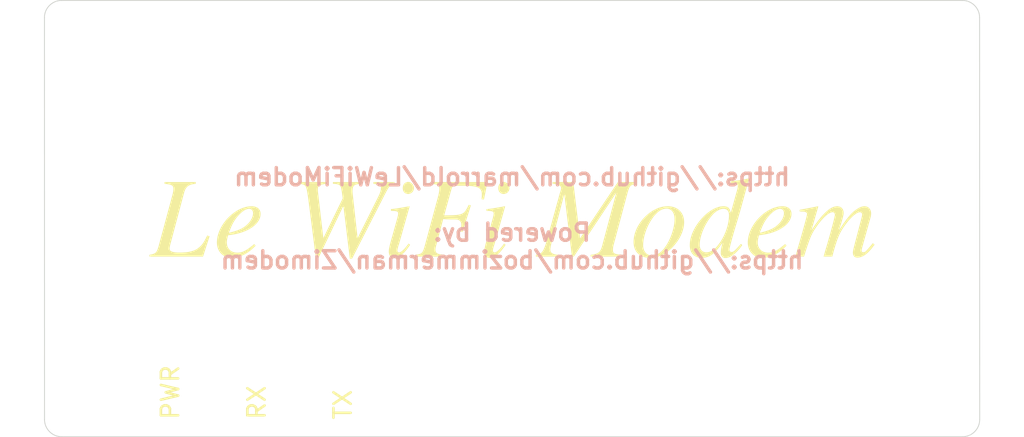
<source format=kicad_pcb>
(kicad_pcb (version 20211014) (generator pcbnew)
  (layers (0 "F.Cu" signal) (31 "B.Cu" signal) (34 "B.Paste" user) (35 "F.Paste" user) (36 "B.SilkS" user "B.Silkscreen") (37 "F.SilkS" user "F.Silkscreen") (38 "B.Mask" user) (39 "F.Mask" user) (44 "Edge.Cuts" user))
  (net 0 "")
  (footprint "MountingHole:MountingHole_3.2mm_M3" (layer "F.Cu") (at 200.1975 65.855)
    (fp_text reference "REF**" hide)
    (fp_text value "MountingHole_3.2mm_M3")
    (pad "" np_thru_hole circle (at 0 0) (size 3.2 3.2) (drill 3.2) (layers F&B.Cu *.Mask))
  )
  (footprint "MountingHole:MountingHole_3.2mm_M3" (layer "F.Cu") (at 100.1975 105.855)
    (fp_text reference "REF**" hide)
    (fp_text value "MountingHole_3.2mm_M3")
    (pad "" np_thru_hole circle (at 0 0) (size 3.2 3.2) (drill 3.2) (layers F&B.Cu *.Mask))
  )
  (footprint "MountingHole:MountingHole_3.2mm_M3" (layer "F.Cu") (at 100.1975 65.855)
    (fp_text reference "REF**" hide)
    (fp_text value "MountingHole_3.2mm_M3")
    (pad "" np_thru_hole circle (at 0 0) (size 3.2 3.2) (drill 3.2) (layers F&B.Cu *.Mask))
  )
  (footprint "MountingHole:MountingHole_3.2mm_M3" (layer "F.Cu") (at 200.1975 105.855)
    (fp_text reference "REF**" hide)
    (fp_text value "MountingHole_3.2mm_M3")
    (pad "" np_thru_hole circle (at 0 0) (size 3.2 3.2) (drill 3.2) (layers F&B.Cu *.Mask))
  )
  (gr_poly (pts (xy 149.237295 81.5959) (xy 149.237293 81.5959) (xy 149.237297 81.5959)) (layer "F.SilkS") (width 0) (fill solid))
  (gr_poly (pts (xy 146.934383 83.63713) (xy 146.659603 83.610961) (xy 146.659603 83.493198) (xy 146.672687 83.349266) (xy 146.677006 83.305155) (xy 146.680252 83.261351) (xy 146.682577 83.218161) (xy 146.684136 83.17589) (xy 146.685082 83.134846) (xy 146.685567 83.095336) (xy 146.685772 83.022144) (xy 146.679782 82.886057) (xy 146.661161 82.762083) (xy 146.628931 82.649764) (xy 146.607408 82.59783) (xy 146.582116 82.548638) (xy 146.552933 82.502129) (xy 146.519736 82.458246) (xy 146.482405 82.416931) (xy 146.440816 82.378127) (xy 146.394847 82.341776) (xy 146.344376 82.307822) (xy 146.22944 82.24687) (xy 146.09503 82.194813) (xy 145.940169 82.151188) (xy 145.763879 82.115538) (xy 145.565182 82.0874) (xy 145.343101 82.066317) (xy 145.096659 82.051826) (xy 144.824877 82.04347) (xy 144.526779 82.040786) (xy 144.068813 82.040786) (xy 143.953877 82.039434) (xy 143.849157 82.040402) (xy 143.754135 82.043861) (xy 143.7101 82.046579) (xy 143.668295 82.049985) (xy 143.628656 82.0541) (xy 143.591118 82.058945) (xy 143.555617 82.064543) (xy 143.522087 82.070915) (xy 143.490465 82.078082) (xy 143.460685 82.086066) (xy 143.432683 82.094889) (xy 143.406394 82.104572) (xy 143.381753 82.115137) (xy 143.358696 82.126605) (xy 143.337158 82.138998) (xy 143.317075 82.152337) (xy 143.298381 82.166644) (xy 143.281012 82.18194) (xy 143.264903 82.198248) (xy 143.24999 82.215588) (xy 143.236207 82.233983) (xy 143.223491 82.253453) (xy 143.211777 82.274021) (xy 143.200999 82.295707) (xy 143.191093 82.318534) (xy 143.181995 82.342523) (xy 143.173639 82.367695) (xy 143.165962 82.394073) (xy 142.315448 85.482086) (xy 142.70773 85.476898) (xy 143.053052 85.470023) (xy 143.355363 85.459775) (xy 143.618612 85.444467) (xy 143.736821 85.434389) (xy 143.846746 85.422412) (xy 143.948879 85.408328) (xy 144.043714 85.391924) (xy 144.131745 85.37299) (xy 144.213465 85.351315) (xy 144.289368 85.326688) (xy 144.359947 85.298899) (xy 144.425696 85.267736) (xy 144.487108 85.232989) (xy 144.544678 85.194447) (xy 144.598898 85.151899) (xy 144.650262 85.105135) (xy 144.699263 85.053942) (xy 144.746396 84.998111) (xy 144.792154 84.937431) (xy 144.83703 84.87169) (xy 144.881518 84.800679) (xy 144.971304 84.642) (xy 145.065459 84.459707) (xy 145.167934 84.252113) (xy 145.416545 84.317539) (xy 144.435184 87.418636) (xy 144.212745 87.353214) (xy 144.239221 87.208386) (xy 144.260176 87.085178) (xy 144.276225 86.979452) (xy 144.287981 86.887066) (xy 144.296056 86.80388) (xy 144.301065 86.725755) (xy 144.303621 86.648551) (xy 144.304336 86.568126) (xy 144.30403 86.543823) (xy 144.303113 86.519981) (xy 144.301587 86.496605) (xy 144.299455 86.473696) (xy 144.296719 86.451256) (xy 144.293382 86.429288) (xy 144.289446 86.407795) (xy 144.284913 86.386779) (xy 144.279786 86.366241) (xy 144.274068 86.346186) (xy 144.26776 86.326614) (xy 144.260865 86.307529) (xy 144.253385 86.288932) (xy 144.245323 86.270827) (xy 144.236681 86.253215) (xy 144.227462 86.236099) (xy 144.217668 86.219481) (xy 144.207302 86.203364) (xy 144.196364 86.187751) (xy 144.18486 86.172642) (xy 144.17279 86.158042) (xy 144.160156 86.143952) (xy 144.146962 86.130375) (xy 144.13321 86.117313) (xy 144.118902 86.104769) (xy 144.104041 86.092744) (xy 144.088628 86.081242) (xy 144.072667 86.070265) (xy 144.056159 86.059814) (xy 144.039108 86.049894) (xy 144.021515 86.040505) (xy 144.003383 86.03165) (xy 143.95958 86.009492) (xy 143.936969 86.00011) (xy 143.913017 85.991781) (xy 143.887071 85.98445) (xy 143.85848 85.978057) (xy 143.826592 85.972547) (xy 143.790756 85.96786) (xy 143.704632 85.96073) (xy 143.594894 85.956206) (xy 143.456328 85.95383) (xy 143.283721 85.95314) (xy 143.069865 85.952526) (xy 142.829022 85.948233) (xy 142.693114 85.943555) (xy 142.544019 85.936578) (xy 142.37959 85.926841) (xy 142.197681 85.913883) (xy 141.412593 88.884132) (xy 141.381236 88.990447) (xy 141.355551 89.084494) (xy 141.344693 89.127301) (xy 141.335081 89.167501) (xy 141.326657 89.205248) (xy 141.319364 89.240694) (xy 141.313144 89.273994) (xy 141.30794 89.305301) (xy 141.303695 89.334767) (xy 141.30035 89.362547) (xy 141.297849 89.388793) (xy 141.296133 89.413659) (xy 141.295146 89.437299) (xy 141.29483 89.459865) (xy 141.297667 89.532895) (xy 141.306484 89.600041) (xy 141.321741 89.661551) (xy 141.331928 89.690271) (xy 141.343898 89.717676) (xy 141.357708 89.743796) (xy 141.373415 89.768664) (xy 141.391078 89.792309) (xy 141.410753 89.814764) (xy 141.432498 89.836059) (xy 141.456371 89.856226) (xy 141.482429 89.875295) (xy 141.510729 89.893298) (xy 141.574288 89.92623) (xy 141.647506 89.955272) (xy 141.730845 89.980671) (xy 141.824765 90.002678) (xy 141.929724 90.021542) (xy 142.046184 90.037511) (xy 142.174604 90.050835) (xy 142.315444 90.061763) (xy 142.315444 90.271121) (xy 138.965736 90.271121) (xy 138.965736 90.061763) (xy 139.100263 90.042261) (xy 139.220071 90.022279) (xy 139.326384 90.000725) (xy 139.420431 89.976507) (xy 139.463238 89.963058) (xy 139.503437 89.948533) (xy 139.541184 89.932796) (xy 139.57663 89.915709) (xy 139.60993 89.897137) (xy 139.641237 89.876944) (xy 139.670703 89.854991) (xy 139.698483 89.831144) (xy 139.724729 89.805264) (xy 139.749595 89.777217) (xy 139.773235 89.746864) (xy 139.795801 89.714071) (xy 139.817447 89.678699) (xy 139.838327 89.640612) (xy 139.878399 89.555749) (xy 139.917245 89.45839) (xy 139.95609 89.34744) (xy 139.996163 89.221808) (xy 140.038688 89.080402) (xy 141.621948 83.218414) (xy 141.650111 83.097047) (xy 141.675514 82.978593) (xy 141.697851 82.863513) (xy 141.716813 82.752267) (xy 141.732096 82.645314) (xy 141.743391 82.543115) (xy 141.750394 82.446129) (xy 141.752189 82.399734) (xy 141.752796 82.354816) (xy 141.752567 82.340098) (xy 141.751889 82.325398) (xy 141.749218 82.296113) (xy 141.744861 82.267098) (xy 141.738893 82.238485) (xy 141.731393 82.210408) (xy 141.722436 82.183002) (xy 141.712098 82.156402) (xy 141.700458 82.13074) (xy 141.68759 82.106152) (xy 141.673573 82.082771) (xy 141.658482 82.060733) (xy 141.642394 82.04017) (xy 141.625387 82.021217) (xy 141.616562 82.012386) (xy 141.607536 82.004008) (xy 141.598318 81.9961) (xy 141.588918 81.988678) (xy 141.579346 81.981759) (xy 141.56961 81.97536) (xy 141.51377 81.944463) (xy 141.486722 81.931342) (xy 141.459003 81.919545) (xy 141.429674 81.908897) (xy 141.397796 81.899227) (xy 141.362429 81.890363) (xy 141.322634 81.88213) (xy 141.226006 81.866873) (xy 141.100396 81.852075) (xy 140.938293 81.836358) (xy 140.732181 81.81834) (xy 140.732181 81.608982) (xy 147.340004 81.608982)) (layer "F.SilkS") (width 0) (fill solid))
  (gr_poly (pts (xy 120.001001 84.42321) (xy 120.060008 84.426173) (xy 120.117434 84.43108) (xy 120.173254 84.437909) (xy 120.227445 84.446636) (xy 120.279983 84.457236) (xy 120.330844 84.469686) (xy 120.380004 84.483962) (xy 120.427439 84.500039) (xy 120.473125 84.517894) (xy 120.517037 84.537503) (xy 120.559153 84.558842) (xy 120.599448 84.581886) (xy 120.637899 84.606613) (xy 120.67448 84.632997) (xy 120.709168 84.661016) (xy 120.74194 84.690644) (xy 120.772772 84.721859) (xy 120.801638 84.754636) (xy 120.828516 84.788951) (xy 120.853382 84.82478) (xy 120.87621 84.862099) (xy 120.896979 84.900885) (xy 120.915663 84.941113) (xy 120.932238 84.982759) (xy 120.946682 85.0258) (xy 120.958969 85.070211) (xy 120.969075 85.115968) (xy 120.976978 85.163048) (xy 120.982652 85.211427) (xy 120.986074 85.261081) (xy 120.98722 85.311984) (xy 120.983105 85.418343) (xy 120.970861 85.523896) (xy 120.950639 85.62853) (xy 120.922589 85.732128) (xy 120.886862 85.834577) (xy 120.84361 85.93576) (xy 120.792984 86.035564) (xy 120.735133 86.133872) (xy 120.598366 86.325544) (xy 120.434515 86.509856) (xy 120.244789 86.685887) (xy 120.030394 86.852719) (xy 119.792539 87.00943) (xy 119.532431 87.155101) (xy 119.251277 87.288811) (xy 118.950285 87.409641) (xy 118.630663 87.516671) (xy 118.293617 87.60898) (xy 117.940356 87.685649) (xy 117.572088 87.745757) (xy 117.205713 87.798095) (xy 117.165718 87.96393) (xy 117.133543 88.101704) (xy 117.108421 88.216477) (xy 117.098266 88.26682) (xy 117.089586 88.31331) (xy 117.082286 88.356579) (xy 117.076271 88.397262) (xy 117.071444 88.435989) (xy 117.06771 88.473393) (xy 117.064972 88.510108) (xy 117.063135 88.546765) (xy 117.062103 88.583997) (xy 117.06178 88.622436) (xy 117.063192 88.689169) (xy 117.0674 88.754405) (xy 117.074363 88.818103) (xy 117.08404 88.880222) (xy 117.096391 88.940722) (xy 117.111376 88.99956) (xy 117.128952 89.056698) (xy 117.149081 89.112094) (xy 117.17172 89.165708) (xy 117.19683 89.217498) (xy 117.224368 89.267424) (xy 117.254296 89.315445) (xy 117.286572 89.361521) (xy 117.321154 89.405611) (xy 117.358004 89.447673) (xy 117.397079 89.487668) (xy 117.438339 89.525555) (xy 117.481744 89.561293) (xy 117.527252 89.59484) (xy 117.574823 89.626157) (xy 117.624416 89.655203) (xy 117.675991 89.681937) (xy 117.729506 89.706318) (xy 117.784921 89.728305) (xy 117.842196 89.747859) (xy 117.901289 89.764937) (xy 117.962159 89.7795) (xy 118.024767 89.791506) (xy 118.089071 89.800915) (xy 118.15503 89.807686) (xy 118.222605 89.811779) (xy 118.291753 89.813152) (xy 118.398032 89.810609) (xy 118.501647 89.802623) (xy 118.603613 89.788656) (xy 118.704947 89.768173) (xy 118.806664 89.740636) (xy 118.90978 89.70551) (xy 119.015311 89.662256) (xy 119.124273 89.610339) (xy 119.237682 89.549221) (xy 119.356554 89.478367) (xy 119.481904 89.397239) (xy 119.614749 89.3053) (xy 119.756103 89.202015) (xy 119.906984 89.086846) (xy 120.068407 88.959256) (xy 120.241388 88.81871) (xy 120.411489 88.988811) (xy 120.259299 89.151457) (xy 120.102335 89.305555) (xy 119.94104 89.450836) (xy 119.775854 89.587032) (xy 119.607218 89.713874) (xy 119.435573 89.831094) (xy 119.261359 89.938424) (xy 119.085018 90.035595) (xy 118.90699 90.122339) (xy 118.727716 90.198388) (xy 118.547637 90.263473) (xy 118.367194 90.317327) (xy 118.186827 90.35968) (xy 118.006978 90.390264) (xy 117.828088 90.408812) (xy 117.650596 90.415054) (xy 117.554657 90.412919) (xy 117.460704 90.406566) (xy 117.368806 90.396067) (xy 117.279034 90.381498) (xy 117.191456 90.362933) (xy 117.106143 90.340445) (xy 117.023163 90.31411) (xy 116.942586 90.284001) (xy 116.864482 90.250193) (xy 116.788919 90.21276) (xy 116.715969 90.171776) (xy 116.645699 90.127316) (xy 116.57818 90.079453) (xy 116.513481 90.028263) (xy 116.451671 89.973819) (xy 116.39282 89.916195) (xy 116.336997 89.855467) (xy 116.284273 89.791708) (xy 116.234716 89.724992) (xy 116.188395 89.655394) (xy 116.145382 89.582988) (xy 116.105743 89.507848) (xy 116.069551 89.430049) (xy 116.036872 89.349664) (xy 116.007779 89.266769) (xy 115.982339 89.181437) (xy 115.960622 89.093743) (xy 115.942698 89.00376) (xy 115.928636 88.911564) (xy 115.918505 88.817229) (xy 115.912376 88.720828) (xy 115.910318 88.622436) (xy 115.91642 88.434249) (xy 115.934446 88.245351) (xy 115.963978 88.056179) (xy 116.004595 87.867173) (xy 116.055879 87.67877) (xy 116.11123 87.510227) (xy 117.297309 87.510227) (xy 117.505702 87.456943) (xy 117.699718 87.404732) (xy 117.880318 87.353134) (xy 118.048459 87.30169) (xy 118.2051 87.249938) (xy 118.351198 87.19742) (xy 118.487713 87.143675) (xy 118.615603 87.088244) (xy 118.735826 87.030666) (xy 118.849341 86.97048) (xy 118.957105 86.907229) (xy 119.060077 86.84045) (xy 119.159216 86.769685) (xy 119.25548 86.694473) (xy 119.349827 86.614354) (xy 119.443216 86.528869) (xy 119.519712 86.454229) (xy 119.592106 86.377653) (xy 119.660284 86.299352) (xy 119.72413 86.219536) (xy 119.783529 86.138417) (xy 119.838366 86.056206) (xy 119.888526 85.973113) (xy 119.933895 85.889349) (xy 119.974357 85.805126) (xy 120.009797 85.720653) (xy 120.040101 85.636141) (xy 120.065152 85.551803) (xy 120.084837 85.467847) (xy 120.09904 85.384486) (xy 120.107646 85.30193) (xy 120.11054 85.22039) (xy 120.110006 85.192485) (xy 120.108416 85.16521) (xy 120.105785 85.138582) (xy 120.102132 85.112618) (xy 120.097472 85.087335) (xy 120.091823 85.062748) (xy 120.085201 85.038876) (xy 120.077623 85.015734) (xy 120.069106 84.99334) (xy 120.059667 84.97171) (xy 120.049322 84.950862) (xy 120.038088 84.930811) (xy 120.025982 84.911574) (xy 120.01302 84.893169) (xy 119.99922 84.875613) (xy 119.984599 84.858921) (xy 119.969172 84.843111) (xy 119.952957 84.828199) (xy 119.93597 84.814203) (xy 119.918229 84.801139) (xy 119.89975 84.789023) (xy 119.88055 84.777873) (xy 119.860645 84.767705) (xy 119.840053 84.758536) (xy 119.818789 84.750384) (xy 119.796872 84.743263) (xy 119.774318 84.737193) (xy 119.751142 84.732188) (xy 119.727364 84.728266) (xy 119.702998 84.725445) (xy 119.678062 84.723739) (xy 119.652572 84.723167) (xy 119.589079 84.726131) (xy 119.523826 84.734916) (xy 119.456974 84.749366) (xy 119.388679 84.769322) (xy 119.319099 84.794625) (xy 119.248394 84.825117) (xy 119.104238 84.901038) (xy 118.957474 84.99582) (xy 118.80937 85.108197) (xy 118.661188 85.236905) (xy 118.514195 85.380678) (xy 118.369655 85.538252) (xy 118.228834 85.70836) (xy 118.092996 85.889739) (xy 117.963406 86.081124) (xy 117.84133 86.281248) (xy 117.728033 86.488848) (xy 117.62478 86.702658) (xy 117.532835 86.921413) (xy 117.297309 87.510227) (xy 116.11123 87.510227) (xy 116.11741 87.49141) (xy 116.188769 87.30553) (xy 116.269537 87.12157) (xy 116.359294 86.939967) (xy 116.457622 86.76116) (xy 116.5641 86.585587) (xy 116.678309 86.413688) (xy 116.799831 86.245899) (xy 116.928246 86.082661) (xy 117.063135 85.924411) (xy 117.204078 85.771587) (xy 117.350657 85.624629) (xy 117.502451 85.483974) (xy 117.659042 85.350061) (xy 117.82001 85.223329) (xy 117.984936 85.104216) (xy 118.153401 84.99316) (xy 118.324985 84.8906) (xy 118.499269 84.796975) (xy 118.675835 84.712722) (xy 118.854262 84.63828) (xy 119.034131 84.574088) (xy 119.215023 84.520584) (xy 119.396519 84.478206) (xy 119.5782 84.447394) (xy 119.759645 84.428585) (xy 119.940437 84.422218)) (layer "F.SilkS") (width 0) (fill solid))
  (gr_poly (pts (xy 128.589496 81.81834) (xy 128.447234 81.838066) (xy 128.31929 81.858386) (xy 128.204955 81.879894) (xy 128.103519 81.903185) (xy 128.057417 81.915685) (xy 128.014274 81.928853) (xy 127.974001 81.942764) (xy 127.936509 81.957492) (xy 127.901711 81.973112) (xy 127.869517 81.989697) (xy 127.839839 82.007321) (xy 127.812587 82.02606) (xy 127.787674 82.045987) (xy 127.765011 82.067177) (xy 127.744509 82.089704) (xy 127.72608 82.113641) (xy 127.709634 82.139065) (xy 127.695083 82.166048) (xy 127.682339 82.194665) (xy 127.671313 82.22499) (xy 127.661916 82.257098) (xy 127.654059 82.291062) (xy 127.647655 82.326958) (xy 127.642613 82.364859) (xy 127.638846 82.404839) (xy 127.636266 82.446974) (xy 127.634307 82.538001) (xy 127.634512 82.576029) (xy 127.634997 82.600103) (xy 127.635943 82.626324) (xy 127.637502 82.653771) (xy 127.639827 82.681526) (xy 127.643073 82.708667) (xy 127.645089 82.72172) (xy 127.647392 82.734275) (xy 128.275463 88.125213) (xy 130.52605 83.506275) (xy 130.395202 82.590339) (xy 130.377274 82.476297) (xy 130.357276 82.374159) (xy 130.334365 82.283252) (xy 130.307697 82.202906) (xy 130.292691 82.166484) (xy 130.276429 82.132451) (xy 130.258806 82.100722) (xy 130.239717 82.071215) (xy 130.219057 82.043844) (xy 130.196719 82.018527) (xy 130.172599 81.99518) (xy 130.14659 81.973718) (xy 130.118589 81.954057) (xy 130.088488 81.936115) (xy 130.056183 81.919806) (xy 130.021569 81.905048) (xy 129.98454 81.891756) (xy 129.94499 81.879846) (xy 129.857907 81.859839) (xy 129.759477 81.844355) (xy 129.648857 81.832724) (xy 129.525203 81.824274) (xy 129.387672 81.818336) (xy 129.387672 81.608981) (xy 132.541107 81.608981) (xy 132.554191 81.818336) (xy 132.428046 81.833619) (xy 132.314167 81.850435) (xy 132.211942 81.869398) (xy 132.120758 81.891121) (xy 132.079114 81.903209) (xy 132.04 81.916217) (xy 132.00334 81.930222) (xy 131.969056 81.945301) (xy 131.937072 81.961529) (xy 131.907312 81.978984) (xy 131.879698 81.997742) (xy 131.854155 82.01788) (xy 131.830604 82.039475) (xy 131.808971 82.062604) (xy 131.789178 82.087342) (xy 131.771148 82.113767) (xy 131.754804 82.141956) (xy 131.740071 82.171984) (xy 131.726871 82.20393) (xy 131.715128 82.237868) (xy 131.704765 82.273877) (xy 131.695705 82.312032) (xy 131.687872 82.352411) (xy 131.681189 82.39509) (xy 131.670967 82.487654) (xy 131.664424 82.590339) (xy 131.664424 82.786613) (xy 132.253242 88.125213) (xy 134.687011 83.244583) (xy 134.720286 83.174501) (xy 134.751414 83.106528) (xy 134.780395 83.040625) (xy 134.807229 82.976753) (xy 134.831916 82.914875) (xy 134.854457 82.854952) (xy 134.87485 82.796946) (xy 134.893097 82.740818) (xy 134.909198 82.68653) (xy 134.923151 82.634044) (xy 134.934958 82.583321) (xy 134.944618 82.534323) (xy 134.952132 82.487012) (xy 134.957498 82.44135) (xy 134.960718 82.397297) (xy 134.961792 82.354816) (xy 134.959996 82.287121) (xy 134.954176 82.226039) (xy 134.943679 82.171129) (xy 134.936473 82.14585) (xy 134.927853 82.121949) (xy 134.917738 82.099371) (xy 134.906047 82.07806) (xy 134.892698 82.057961) (xy 134.87761 82.039019) (xy 134.8607 82.02118) (xy 134.841888 82.004388) (xy 134.821093 81.988587) (xy 134.798232 81.973723) (xy 134.773225 81.959741) (xy 134.745989 81.946586) (xy 134.684507 81.922534) (xy 134.613135 81.901127) (xy 134.531221 81.881925) (xy 134.438114 81.864486) (xy 134.333161 81.848369) (xy 134.215711 81.833134) (xy 134.085113 81.81834) (xy 134.085113 81.608982) (xy 136.545051 81.608982) (xy 136.545051 81.818336) (xy 136.453815 81.847464) (xy 136.37086 81.876554) (xy 136.295265 81.906487) (xy 136.22611 81.938145) (xy 136.162475 81.97241) (xy 136.10344 82.010163) (xy 136.048086 82.052287) (xy 135.995491 82.099662) (xy 135.944737 82.15317) (xy 135.894902 82.213694) (xy 135.845068 82.282114) (xy 135.794313 82.359313) (xy 135.741718 82.446173) (xy 135.686364 82.543574) (xy 135.627329 82.652398) (xy 135.563694 82.773529) (xy 131.612083 90.506645) (xy 131.350387 90.506645) (xy 130.617641 84.487636) (xy 130.552215 84.487636) (xy 127.673561 90.506645) (xy 127.411865 90.506645) (xy 126.535179 83.650207) (xy 126.504464 83.43303) (xy 126.475915 83.237014) (xy 126.449245 83.060931) (xy 126.424165 82.903556) (xy 126.400388 82.763661) (xy 126.377627 82.64002) (xy 126.355595 82.531406) (xy 126.334003 82.436592) (xy 126.312564 82.354352) (xy 126.301813 82.317564) (xy 126.290992 82.283459) (xy 126.280065 82.251884) (xy 126.268997 82.222686) (xy 126.257752 82.195712) (xy 126.246293 82.170807) (xy 126.234585 82.147819) (xy 126.222592 82.126595) (xy 126.210278 82.106981) (xy 126.197607 82.088823) (xy 126.184544 82.071969) (xy 126.171051 82.056265) (xy 126.157093 82.041558) (xy 126.142635 82.027694) (xy 126.120331 82.006511) (xy 126.097298 81.987034) (xy 126.073115 81.969129) (xy 126.047361 81.952661) (xy 126.019613 81.937497) (xy 125.989451 81.923501) (xy 125.956451 81.910541) (xy 125.920194 81.898482) (xy 125.880256 81.887189) (xy 125.836216 81.876529) (xy 125.787654 81.866367) (xy 125.734146 81.856569) (xy 125.610608 81.837529) (xy 125.46223 81.818336) (xy 125.46223 81.608981) (xy 128.589496 81.608981)) (layer "F.SilkS") (width 0) (fill solid))
  (gr_poly (pts (xy 113.45038 81.81834) (xy 113.306013 81.832811) (xy 113.171919 81.851921) (xy 113.047639 81.876015) (xy 112.989035 81.890038) (xy 112.932713 81.905437) (xy 112.878613 81.922253) (xy 112.82668 81.940532) (xy 112.776855 81.960315) (xy 112.72908 81.981646) (xy 112.6833 82.004567) (xy 112.639455 82.029123) (xy 112.597488 82.055356) (xy 112.557342 82.083309) (xy 112.51896 82.113025) (xy 112.482284 82.144548) (xy 112.447255 82.17792) (xy 112.413818 82.213186) (xy 112.381914 82.250387) (xy 112.351486 82.289567) (xy 112.322477 82.330769) (xy 112.294828 82.374037) (xy 112.268483 82.419413) (xy 112.243383 82.46694) (xy 112.219472 82.516662) (xy 112.196692 82.568622) (xy 112.154294 82.679427) (xy 112.11573 82.799701) (xy 110.545555 88.687862) (xy 110.517392 88.786816) (xy 110.491989 88.885769) (xy 110.469653 88.982269) (xy 110.45069 89.073863) (xy 110.435407 89.158096) (xy 110.424111 89.232516) (xy 110.417109 89.294669) (xy 110.415314 89.320379) (xy 110.414707 89.342101) (xy 110.418729 89.401152) (xy 110.430935 89.455698) (xy 110.440173 89.481312) (xy 110.451537 89.505836) (xy 110.465051 89.529282) (xy 110.480744 89.551662) (xy 110.498641 89.572987) (xy 110.518769 89.59327) (xy 110.565821 89.630758) (xy 110.622112 89.66422) (xy 110.687852 89.693754) (xy 110.763253 89.719454) (xy 110.848525 89.741416) (xy 110.943878 89.759736) (xy 111.049524 89.774511) (xy 111.165674 89.785836) (xy 111.292539 89.793806) (xy 111.430328 89.798518) (xy 111.579254 89.800067) (xy 111.777749 89.798058) (xy 111.966278 89.791966) (xy 112.145299 89.781696) (xy 112.315274 89.767152) (xy 112.476662 89.748237) (xy 112.629923 89.724857) (xy 112.775517 89.696915) (xy 112.913904 89.664315) (xy 113.045545 89.626961) (xy 113.170898 89.584759) (xy 113.290425 89.537611) (xy 113.404584 89.485422) (xy 113.513837 89.428096) (xy 113.618643 89.365537) (xy 113.719463 89.29765) (xy 113.816755 89.224338) (xy 113.888006 89.16362) (xy 113.954963 89.103534) (xy 114.01824 89.04318) (xy 114.078451 88.981657) (xy 114.136208 88.918064) (xy 114.192125 88.851499) (xy 114.246815 88.781063) (xy 114.300892 88.705854) (xy 114.354969 88.624972) (xy 114.40966 88.537515) (xy 114.465577 88.442583) (xy 114.523334 88.339275) (xy 114.646822 88.103927) (xy 114.78503 87.824264) (xy 115.05981 87.902774) (xy 114.300893 90.271121) (xy 108.072528 90.271121) (xy 108.072528 90.061763) (xy 108.204897 90.037517) (xy 108.323081 90.013155) (xy 108.428233 89.987644) (xy 108.5215 89.959948) (xy 108.564037 89.944957) (xy 108.604034 89.929031) (xy 108.641635 89.912042) (xy 108.676984 89.89386) (xy 108.710225 89.874355) (xy 108.741501 89.853398) (xy 108.770956 89.83086) (xy 108.798734 89.806611) (xy 108.824979 89.780522) (xy 108.849834 89.752464) (xy 108.873443 89.722307) (xy 108.89595 89.689922) (xy 108.917499 89.655179) (xy 108.938233 89.617949) (xy 108.977832 89.535511) (xy 109.015898 89.441573) (xy 109.053581 89.335099) (xy 109.09203 89.215055) (xy 109.132396 89.080406) (xy 110.715656 83.218414) (xy 110.751895 83.078902) (xy 110.782308 82.953651) (xy 110.8072 82.840973) (xy 110.826878 82.739183) (xy 110.834858 82.691843) (xy 110.84165 82.646593) (xy 110.847291 82.603221) (xy 110.851821 82.561516) (xy 110.855278 82.521268) (xy 110.857699 82.482267) (xy 110.859124 82.4443) (xy 110.85959 82.407157) (xy 110.857181 82.334562) (xy 110.849521 82.268617) (xy 110.835957 82.208921) (xy 110.826758 82.18129) (xy 110.815838 82.155071) (xy 110.803116 82.130212) (xy 110.788512 82.106664) (xy 110.771943 82.084376) (xy 110.753327 82.063298) (xy 110.732584 82.04338) (xy 110.709632 82.024571) (xy 110.68439 82.006821) (xy 110.656776 81.990079) (xy 110.594105 81.959421) (xy 110.52097 81.932194) (xy 110.436717 81.907995) (xy 110.340696 81.886423) (xy 110.232255 81.867073) (xy 110.110741 81.849544) (xy 109.975504 81.833434) (xy 109.825891 81.81834) (xy 109.825891 81.608982) (xy 113.45038 81.608982)) (layer "F.SilkS") (width 0) (fill solid))
  (gr_poly (pts (xy 138.298408 84.448383) (xy 137.094608 88.714027) (xy 137.084231 88.753231) (xy 137.072935 88.792129) (xy 137.061026 88.830413) (xy 137.04881 88.867776) (xy 137.003013 89.001895) (xy 136.97485 89.092671) (xy 136.949447 89.17854) (xy 136.92711 89.259502) (xy 136.908148 89.335557) (xy 136.892865 89.406705) (xy 136.8867 89.440439) (xy 136.88157 89.472946) (xy 136.877513 89.504227) (xy 136.874567 89.534281) (xy 136.872772 89.563109) (xy 136.872165 89.590709) (xy 136.872469 89.600482) (xy 136.873366 89.610164) (xy 136.874839 89.61974) (xy 136.876867 89.629197) (xy 136.879433 89.63852) (xy 136.882515 89.647694) (xy 136.886096 89.656705) (xy 136.890156 89.665538) (xy 136.894676 89.67418) (xy 136.899638 89.682617) (xy 136.90502 89.690832) (xy 136.910805 89.698813) (xy 136.916974 89.706545) (xy 136.923507 89.714013) (xy 136.930384 89.721203) (xy 136.937588 89.728101) (xy 136.945098 89.734692) (xy 136.952896 89.740962) (xy 136.960962 89.746897) (xy 136.969277 89.752482) (xy 136.977822 89.757702) (xy 136.986578 89.762544) (xy 136.995526 89.766994) (xy 137.004647 89.771036) (xy 137.01392 89.774656) (xy 137.023328 89.77784) (xy 137.032851 89.780574) (xy 137.04247 89.782843) (xy 137.052165 89.784633) (xy 137.061918 89.785929) (xy 137.071709 89.786717) (xy 137.08152 89.786983) (xy 137.104511 89.785456) (xy 137.129284 89.780901) (xy 137.155783 89.773355) (xy 137.18395 89.762858) (xy 137.213726 89.749447) (xy 137.245055 89.733161) (xy 137.277879 89.714039) (xy 137.312141 89.692118) (xy 137.347782 89.667437) (xy 137.384746 89.640034) (xy 137.422975 89.609948) (xy 137.462412 89.577217) (xy 137.502999 89.541879) (xy 137.544678 89.503973) (xy 137.587392 89.463536) (xy 137.631084 89.420608) (xy 137.678312 89.372613) (xy 137.724313 89.323699) (xy 137.772768 89.269265) (xy 137.827356 89.20471) (xy 137.891758 89.125435) (xy 137.969653 89.026839) (xy 138.180645 88.753284) (xy 138.350746 88.910301) (xy 138.211422 89.110486) (xy 138.077676 89.294284) (xy 137.948952 89.462173) (xy 137.824693 89.614632) (xy 137.704345 89.75214) (xy 137.587352 89.875178) (xy 137.473157 89.984223) (xy 137.361204 90.079756) (xy 137.305895 90.122604) (xy 137.250939 90.162254) (xy 137.196265 90.198766) (xy 137.141804 90.232199) (xy 137.087487 90.262613) (xy 137.033244 90.290068) (xy 136.979006 90.314624) (xy 136.924704 90.336341) (xy 136.870267 90.355278) (xy 136.815627 90.371496) (xy 136.760713 90.385055) (xy 136.705457 90.396014) (xy 136.649789 90.404434) (xy 136.593639 90.410374) (xy 136.536939 90.413894) (xy 136.479618 90.415054) (xy 136.443354 90.414288) (xy 136.408169 90.411997) (xy 136.374066 90.408186) (xy 136.341052 90.402863) (xy 136.30913 90.396036) (xy 136.278305 90.387712) (xy 136.248582 90.377897) (xy 136.219966 90.366599) (xy 136.192462 90.353825) (xy 136.166074 90.339583) (xy 136.140808 90.323879) (xy 136.116667 90.306721) (xy 136.093658 90.288115) (xy 136.071784 90.26807) (xy 136.051051 90.246592) (xy 136.031463 90.223688) (xy 136.013025 90.199367) (xy 135.995741 90.173633) (xy 135.979618 90.146496) (xy 135.964658 90.117962) (xy 135.950868 90.088039) (xy 135.938252 90.056733) (xy 135.926815 90.024051) (xy 135.916561 89.990002) (xy 135.899624 89.917828) (xy 135.887478 89.840268) (xy 135.880163 89.757379) (xy 135.877716 89.669219) (xy 135.881549 89.564413) (xy 135.893663 89.44412) (xy 135.914977 89.30512) (xy 135.946412 89.144192) (xy 135.988886 88.958117) (xy 136.043322 88.743675) (xy 136.110637 88.497645) (xy 136.191753 88.216808) (xy 136.845993 85.874629) (xy 136.891993 85.690624) (xy 136.912004 85.607822) (xy 136.929408 85.531153) (xy 136.943745 85.460617) (xy 136.94962 85.427649) (xy 136.954556 85.396215) (xy 136.958495 85.366314) (xy 136.961379 85.337947) (xy 136.963152 85.311113) (xy 136.963756 85.285812) (xy 136.96427 85.239156) (xy 136.96051 85.197157) (xy 136.951882 85.159567) (xy 136.945556 85.142348) (xy 136.937791 85.126137) (xy 136.928511 85.110903) (xy 136.917643 85.096616) (xy 136.905112 85.083244) (xy 136.890844 85.070757) (xy 136.874765 85.059122) (xy 136.8568 85.048309) (xy 136.814916 85.029024) (xy 136.764599 85.012652) (xy 136.705254 84.998944) (xy 136.636287 84.987652) (xy 136.557104 84.978525) (xy 136.467111 84.971315) (xy 136.365713 84.965773) (xy 136.126327 84.958694) (xy 136.126327 84.749336) (xy 136.314574 84.733669) (xy 136.496382 84.714782) (xy 136.686163 84.690683) (xy 136.898331 84.659376) (xy 137.447485 84.567169) (xy 138.259151 84.422214)) (layer "F.SilkS") (width 0) (fill solid))
  (gr_poly (pts (xy 138.141389 81.5959) (xy 138.141387 81.5959) (xy 138.141391 81.5959)) (layer "F.SilkS") (width 0) (fill solid))
  (gr_poly (pts (xy 158.095703 88.151382) (xy 162.492206 81.608982) (xy 164.703533 81.608982) (xy 164.716625 81.818344) (xy 164.577637 81.842159) (xy 164.454213 81.865342) (xy 164.34505 81.889099) (xy 164.248844 81.91464) (xy 164.205192 81.928456) (xy 164.164291 81.94317) (xy 164.125977 81.958934) (xy 164.090089 81.975898) (xy 164.056462 81.994214) (xy 164.024933 82.014032) (xy 163.995341 82.035503) (xy 163.967521 82.058778) (xy 163.941312 82.084008) (xy 163.916549 82.111344) (xy 163.893071 82.140937) (xy 163.870714 82.172938) (xy 163.849316 82.207498) (xy 163.828713 82.244767) (xy 163.808742 82.284897) (xy 163.789241 82.328039) (xy 163.750997 82.423961) (xy 163.712675 82.533741) (xy 163.672973 82.658587) (xy 163.630588 82.799705) (xy 162.060413 88.674781) (xy 162.020416 88.823927) (xy 161.98824 88.950379) (xy 161.963117 89.058431) (xy 161.952962 89.106898) (xy 161.944282 89.152375) (xy 161.936982 89.195399) (xy 161.930967 89.236506) (xy 161.92614 89.276234) (xy 161.922406 89.315117) (xy 161.919668 89.353695) (xy 161.917831 89.392502) (xy 161.916477 89.472953) (xy 161.918023 89.549718) (xy 161.923326 89.618471) (xy 161.933382 89.679787) (xy 161.949188 89.734241) (xy 161.959559 89.759075) (xy 161.971741 89.782409) (xy 161.98586 89.804314) (xy 162.002038 89.824864) (xy 162.020402 89.844129) (xy 162.041075 89.862182) (xy 162.064183 89.879095) (xy 162.089849 89.894939) (xy 162.149357 89.923709) (xy 162.220595 89.949067) (xy 162.30456 89.971588) (xy 162.402248 89.991847) (xy 162.514658 90.01042) (xy 162.642784 90.02788) (xy 162.950176 90.061767) (xy 162.950176 90.271125) (xy 159.325687 90.271125) (xy 159.325687 90.061767) (xy 159.480688 90.043268) (xy 159.622369 90.021721) (xy 159.751514 89.996533) (xy 159.868909 89.967108) (xy 159.923446 89.950621) (xy 159.975341 89.932853) (xy 160.024691 89.913729) (xy 160.071595 89.893174) (xy 160.116151 89.871114) (xy 160.158458 89.847476) (xy 160.198612 89.822184) (xy 160.236714 89.795165) (xy 160.27286 89.766345) (xy 160.30715 89.735648) (xy 160.339681 89.703001) (xy 160.370552 89.668329) (xy 160.399861 89.631559) (xy 160.427705 89.592616) (xy 160.454185 89.551425) (xy 160.479396 89.507912) (xy 160.503439 89.462004) (xy 160.52641 89.413625) (xy 160.548409 89.362702) (xy 160.569534 89.309161) (xy 160.609552 89.193924) (xy 160.647251 89.067321) (xy 162.309017 82.838958) (xy 157.376045 90.271125) (xy 157.153602 90.271125) (xy 156.263839 83.022144) (xy 154.759086 88.766372) (xy 154.735241 88.865939) (xy 154.713084 88.966733) (xy 154.693072 89.0663) (xy 154.675668 89.162187) (xy 154.66133 89.25194) (xy 154.650519 89.333106) (xy 154.643696 89.403232) (xy 154.641923 89.433389) (xy 154.641319 89.459865) (xy 154.644427 89.528583) (xy 154.653918 89.592528) (xy 154.661135 89.622752) (xy 154.670041 89.651834) (xy 154.680667 89.67979) (xy 154.693045 89.706636) (xy 154.707205 89.73239) (xy 154.723179 89.757068) (xy 154.740997 89.780687) (xy 154.760692 89.803264) (xy 154.782294 89.824815) (xy 154.805834 89.845358) (xy 154.831344 89.864909) (xy 154.858854 89.883485) (xy 154.92 89.917778) (xy 154.989523 89.948372) (xy 155.067671 89.9754) (xy 155.154694 89.998998) (xy 155.25084 90.019299) (xy 155.356359 90.036438) (xy 155.471499 90.050548) (xy 155.596511 90.061763) (xy 155.596511 90.271121) (xy 152.966465 90.271121) (xy 152.966465 90.061763) (xy 153.090837 90.042366) (xy 153.204572 90.017603) (xy 153.308684 89.986092) (xy 153.404191 89.946455) (xy 153.492107 89.897311) (xy 153.573449 89.837279) (xy 153.649233 89.764981) (xy 153.720474 89.679035) (xy 153.788188 89.578062) (xy 153.853391 89.460683) (xy 153.9171 89.325516) (xy 153.980329 89.171181) (xy 154.044095 88.9963) (xy 154.109413 88.799491) (xy 154.1773 88.579375) (xy 154.248771 88.334571) (xy 155.609596 83.401603) (xy 155.645322 83.264748) (xy 155.674609 83.155648) (xy 155.698376 83.070162) (xy 155.717542 83.00415) (xy 155.733029 82.953472) (xy 155.745755 82.913988) (xy 155.766609 82.852039) (xy 155.794771 82.76566) (xy 155.820173 82.683573) (xy 155.842509 82.606394) (xy 155.861471 82.534734) (xy 155.876753 82.469208) (xy 155.882918 82.438936) (xy 155.888048 82.410428) (xy 155.892105 82.38376) (xy 155.895051 82.359009) (xy 155.896846 82.336251) (xy 155.897453 82.315563) (xy 155.89376 82.260815) (xy 155.88913 82.234694) (xy 155.882631 82.209402) (xy 155.874253 82.184935) (xy 155.863988 82.161287) (xy 155.851825 82.138453) (xy 155.837755 82.116429) (xy 155.821768 82.09521) (xy 155.803855 82.074792) (xy 155.762212 82.036336) (xy 155.712749 82.001024) (xy 155.655388 81.968817) (xy 155.590055 81.939676) (xy 155.51667 81.913564) (xy 155.435159 81.890442) (xy 155.345445 81.870271) (xy 155.247449 81.853014) (xy 155.141097 81.838632) (xy 155.026311 81.827087) (xy 154.903015 81.81834) (xy 154.903015 81.608982) (xy 157.310615 81.608982)) (layer "F.SilkS") (width 0) (fill solid))
  (gr_poly (pts (xy 168.406263 84.424387) (xy 168.508455 84.430858) (xy 168.608357 84.441556) (xy 168.705896 84.456408) (xy 168.801001 84.475343) (xy 168.8936 84.498288) (xy 168.983621 84.525173) (xy 169.070992 84.555924) (xy 169.155641 84.59047) (xy 169.237497 84.62874) (xy 169.316487 84.670661) (xy 169.39254 84.716161) (xy 169.465584 84.765169) (xy 169.535547 84.817613) (xy 169.602356 84.87342) (xy 169.665941 84.93252) (xy 169.726229 84.994839) (xy 169.783148 85.060307) (xy 169.836627 85.128851) (xy 169.886593 85.2004) (xy 169.932976 85.274881) (xy 169.975702 85.352223) (xy 170.0147 85.432354) (xy 170.049898 85.515202) (xy 170.081224 85.600695) (xy 170.108607 85.688761) (xy 170.131974 85.779328) (xy 170.151254 85.872325) (xy 170.166374 85.967679) (xy 170.177264 86.06532) (xy 170.18385 86.165174) (xy 170.186061 86.267169) (xy 170.179676 86.455212) (xy 170.160735 86.646016) (xy 170.129566 86.838965) (xy 170.086494 87.033449) (xy 170.031846 87.228852) (xy 169.965946 87.424562) (xy 169.889121 87.619965) (xy 169.801696 87.814448) (xy 169.703998 88.007397) (xy 169.596352 88.1982) (xy 169.479085 88.386243) (xy 169.352521 88.570912) (xy 169.216987 88.751595) (xy 169.072809 88.927677) (xy 168.920312 89.098546) (xy 168.759822 89.263587) (xy 168.611861 89.401585) (xy 168.462424 89.530958) (xy 168.311569 89.651667) (xy 168.159352 89.763674) (xy 168.005832 89.866941) (xy 167.851066 89.96143) (xy 167.695112 90.047101) (xy 167.538027 90.123917) (xy 167.379869 90.191839) (xy 167.220695 90.250829) (xy 167.060562 90.300849) (xy 166.899529 90.341861) (xy 166.737653 90.373825) (xy 166.574991 90.396704) (xy 166.4116 90.41046) (xy 166.247539 90.415054) (xy 166.136071 90.413029) (xy 166.027411 90.406984) (xy 165.921607 90.396962) (xy 165.818707 90.383006) (xy 165.718758 90.365159) (xy 165.621809 90.343464) (xy 165.527907 90.317965) (xy 165.437101 90.288703) (xy 165.349438 90.255724) (xy 165.264967 90.219069) (xy 165.183734 90.178782) (xy 165.105789 90.134906) (xy 165.031179 90.087484) (xy 164.959952 90.036559) (xy 164.892156 89.982174) (xy 164.827838 89.924373) (xy 164.767048 89.863199) (xy 164.709832 89.798694) (xy 164.656239 89.730902) (xy 164.606316 89.659866) (xy 164.560111 89.585629) (xy 164.517673 89.508234) (xy 164.479049 89.427725) (xy 164.444288 89.344144) (xy 164.413436 89.257535) (xy 164.386543 89.167941) (xy 164.363656 89.075404) (xy 164.344822 88.979968) (xy 164.342226 88.962646) (xy 165.423198 88.962646) (xy 165.424418 89.02819) (xy 165.428048 89.092312) (xy 165.434044 89.154967) (xy 165.442365 89.216112) (xy 165.452967 89.275705) (xy 165.465806 89.333703) (xy 165.480841 89.390061) (xy 165.498026 89.444738) (xy 165.51732 89.49769) (xy 165.53868 89.548873) (xy 165.562061 89.598246) (xy 165.587421 89.645763) (xy 165.614718 89.691384) (xy 165.643907 89.735063) (xy 165.674946 89.776759) (xy 165.707791 89.816428) (xy 165.7424 89.854027) (xy 165.778728 89.889513) (xy 165.816735 89.922842) (xy 165.856375 89.953972) (xy 165.897606 89.982859) (xy 165.940384 90.009461) (xy 165.984668 90.033734) (xy 166.030413 90.055635) (xy 166.077576 90.075121) (xy 166.126115 90.092148) (xy 166.175986 90.106675) (xy 166.227146 90.118657) (xy 166.279551 90.128051) (xy 166.33316 90.134815) (xy 166.387928 90.138904) (xy 166.443813 90.140277) (xy 166.551005 90.136431) (xy 166.656721 90.124841) (xy 166.761019 90.105431) (xy 166.863957 90.078124) (xy 166.96559 90.042844) (xy 167.065979 89.999513) (xy 167.165178 89.948055) (xy 167.263247 89.888394) (xy 167.360243 89.820453) (xy 167.456222 89.744155) (xy 167.551244 89.659423) (xy 167.645364 89.566181) (xy 167.738641 89.464352) (xy 167.831133 89.35386) (xy 167.922896 89.234628) (xy 168.013988 89.106578) (xy 168.127238 88.937034) (xy 168.236099 88.757964) (xy 168.340168 88.570576) (xy 168.439043 88.376076) (xy 168.53232 88.175673) (xy 168.619599 87.970574) (xy 168.700475 87.761987) (xy 168.774547 87.551119) (xy 168.841412 87.339178) (xy 168.900668 87.127371) (xy 168.951912 86.916905) (xy 168.994741 86.708989) (xy 169.028753 86.50483) (xy 169.053546 86.305635) (xy 169.068717 86.112611) (xy 169.073864 85.926967) (xy 169.072795 85.856667) (xy 169.069612 85.788088) (xy 169.064343 85.721262) (xy 169.057022 85.656224) (xy 169.047678 85.593007) (xy 169.036343 85.531644) (xy 169.023049 85.472169) (xy 169.007826 85.414616) (xy 168.990705 85.359017) (xy 168.971717 85.305407) (xy 168.950895 85.25382) (xy 168.928268 85.204288) (xy 168.903869 85.156845) (xy 168.877727 85.111525) (xy 168.849875 85.068362) (xy 168.820343 85.027388) (xy 168.789164 84.988638) (xy 168.756366 84.952144) (xy 168.721983 84.917941) (xy 168.686045 84.886062) (xy 168.648583 84.856541) (xy 168.609628 84.829411) (xy 168.569212 84.804705) (xy 168.527366 84.782458) (xy 168.48412 84.762702) (xy 168.439506 84.745472) (xy 168.393556 84.7308) (xy 168.346299 84.718721) (xy 168.297769 84.709267) (xy 168.247994 84.702473) (xy 168.197008 84.698373) (xy 168.14484 84.696998) (xy 168.14484 84.697002) (xy 168.03705 84.701596) (xy 167.929605 84.715351) (xy 167.822544 84.73823) (xy 167.715904 84.770195) (xy 167.609724 84.811206) (xy 167.504042 84.861226) (xy 167.398897 84.920216) (xy 167.294326 84.988138) (xy 167.190369 85.064954) (xy 167.087064 85.150624) (xy 166.984449 85.245112) (xy 166.882562 85.348378) (xy 166.781442 85.460384) (xy 166.681127 85.581092) (xy 166.581656 85.710464) (xy 166.483066 85.848461) (xy 166.363349 86.027907) (xy 166.249688 86.21251) (xy 166.142313 86.401598) (xy 166.041456 86.5945) (xy 165.947345 86.790545) (xy 165.860211 86.989063) (xy 165.780284 87.189383) (xy 165.707794 87.390833) (xy 165.64297 87.592744) (xy 165.586043 87.794443) (xy 165.537244 87.995261) (xy 165.496801 88.194527) (xy 165.464945 88.391569) (xy 165.441906 88.585716) (xy 165.427913 88.776299) (xy 165.423198 88.962646) (xy 164.342226 88.962646) (xy 164.33009 88.881677) (xy 164.319508 88.780573) (xy 164.313124 88.676699) (xy 164.310985 88.570098) (xy 164.313805 88.438485) (xy 164.322198 88.306268) (xy 164.336063 88.173611) (xy 164.3553 88.040675) (xy 164.379807 87.907624) (xy 164.409486 87.774622) (xy 164.444233 87.64183) (xy 164.48395 87.509411) (xy 164.528536 87.37753) (xy 164.577889 87.246348) (xy 164.690496 86.986735) (xy 164.820968 86.731875) (xy 164.968498 86.483072) (xy 165.132282 86.24163) (xy 165.311515 86.00885) (xy 165.505391 85.786038) (xy 165.713107 85.574496) (xy 165.933856 85.375528) (xy 166.166834 85.190437) (xy 166.287657 85.103503) (xy 166.411235 85.020526) (xy 166.537468 84.941671) (xy 166.666256 84.867099) (xy 166.768864 84.812508) (xy 166.870705 84.761578) (xy 166.971933 84.714289) (xy 167.072702 84.670623) (xy 167.173163 84.63056) (xy 167.273471 84.594082) (xy 167.373779 84.561168) (xy 167.474241 84.531801) (xy 167.575009 84.50596) (xy 167.676237 84.483627) (xy 167.778079 84.464782) (xy 167.880687 84.449406) (xy 167.984215 84.437481) (xy 168.088816 84.428986) (xy 168.194645 84.423904) (xy 168.301853 84.422214)) (layer "F.SilkS") (width 0) (fill solid))
  (gr_poly (pts (xy 138.174348 81.596888) (xy 138.206956 81.599817) (xy 138.239166 81.604633) (xy 138.270934 81.611285) (xy 138.302212 81.619719) (xy 138.332956 81.629883) (xy 138.36312 81.641725) (xy 138.392658 81.65519) (xy 138.421526 81.670228) (xy 138.449678 81.686784) (xy 138.477067 81.704807) (xy 138.503649 81.724243) (xy 138.529378 81.74504) (xy 138.554209 81.767145) (xy 138.578096 81.790506) (xy 138.600993 81.81507) (xy 138.622855 81.840783) (xy 138.643636 81.867594) (xy 138.663292 81.895449) (xy 138.681775 81.924297) (xy 138.699042 81.954083) (xy 138.715046 81.984756) (xy 138.729742 82.016263) (xy 138.743084 82.048551) (xy 138.755027 82.081567) (xy 138.765526 82.115259) (xy 138.774534 82.149574) (xy 138.782006 82.184459) (xy 138.787897 82.219861) (xy 138.792161 82.255729) (xy 138.794753 82.292008) (xy 138.795627 82.328647) (xy 138.794753 82.361645) (xy 138.792158 82.394362) (xy 138.787886 82.426749) (xy 138.78198 82.458754) (xy 138.774484 82.490329) (xy 138.765439 82.521421) (xy 138.75489 82.551982) (xy 138.74288 82.581961) (xy 138.729451 82.611307) (xy 138.714647 82.63997) (xy 138.698511 82.6679) (xy 138.681085 82.695047) (xy 138.662414 82.72136) (xy 138.642541 82.746789) (xy 138.621507 82.771283) (xy 138.599357 82.794793) (xy 138.576134 82.817268) (xy 138.55188 82.838657) (xy 138.52664 82.858911) (xy 138.500455 82.877978) (xy 138.473369 82.89581) (xy 138.445426 82.912355) (xy 138.416668 82.927563) (xy 138.387138 82.941383) (xy 138.356881 82.953766) (xy 138.325937 82.964662) (xy 138.294352 82.974019) (xy 138.262168 82.981787) (xy 138.229428 82.987917) (xy 138.196175 82.992358) (xy 138.162452 82.99506) (xy 138.128303 82.995971) (xy 138.093116 82.99517) (xy 138.058717 82.992786) (xy 138.025128 82.988845) (xy 137.992371 82.983372) (xy 137.960466 82.976395) (xy 137.929436 82.967939) (xy 137.899301 82.958032) (xy 137.870085 82.946699) (xy 137.841807 82.933967) (xy 137.814491 82.919862) (xy 137.788156 82.90441) (xy 137.762826 82.887638) (xy 137.738521 82.869573) (xy 137.715263 82.85024) (xy 137.693073 82.829666) (xy 137.671974 82.807877) (xy 137.651986 82.7849) (xy 137.633132 82.760761) (xy 137.615432 82.735487) (xy 137.598909 82.709103) (xy 137.583583 82.681636) (xy 137.569477 82.653112) (xy 137.556613 82.623559) (xy 137.545011 82.593001) (xy 137.534693 82.561466) (xy 137.525681 82.528979) (xy 137.517996 82.495568) (xy 137.51166 82.461259) (xy 137.506694 82.426077) (xy 137.503121 82.390049) (xy 137.500961 82.353203) (xy 137.500236 82.315563) (xy 137.500998 82.276659) (xy 137.503268 82.238479) (xy 137.507018 82.201056) (xy 137.512222 82.164423) (xy 137.518854 82.128615) (xy 137.526888 82.093665) (xy 137.536297 82.059605) (xy 137.547055 82.026471) (xy 137.559136 81.994295) (xy 137.572512 81.963111) (xy 137.587159 81.932952) (xy 137.603049 81.903852) (xy 137.620156 81.875845) (xy 137.638454 81.848964) (xy 137.657916 81.823242) (xy 137.678516 81.798714) (xy 137.700228 81.775412) (xy 137.723026 81.753371) (xy 137.746882 81.732623) (xy 137.771771 81.713203) (xy 137.797666 81.695144) (xy 137.824542 81.678479) (xy 137.85237 81.663241) (xy 137.881126 81.649466) (xy 137.910783 81.637185) (xy 137.941315 81.626433) (xy 137.972694 81.617243) (xy 138.004895 81.609649) (xy 138.037892 81.603684) (xy 138.071658 81.599382) (xy 138.106166 81.596776) (xy 138.141389 81.5959)) (layer "F.SilkS") (width 0) (fill solid))
  (gr_poly (pts (xy 191.188082 84.423242) (xy 191.227596 84.426297) (xy 191.266415 84.431335) (xy 191.304498 84.438314) (xy 191.341805 84.447191) (xy 191.378295 84.457922) (xy 191.413928 84.470465) (xy 191.448661 84.484776) (xy 191.482456 84.500812) (xy 191.515271 84.518529) (xy 191.547065 84.537886) (xy 191.577797 84.558838) (xy 191.607428 84.581343) (xy 191.635915 84.605357) (xy 191.663219 84.630837) (xy 191.689299 84.657741) (xy 191.714114 84.686024) (xy 191.737623 84.715645) (xy 191.759785 84.746559) (xy 191.78056 84.778724) (xy 191.799908 84.812096) (xy 191.817786 84.846633) (xy 191.834155 84.882291) (xy 191.848974 84.919027) (xy 191.862202 84.956798) (xy 191.873799 84.995562) (xy 191.883723 85.035273) (xy 191.891934 85.075891) (xy 191.898391 85.117371) (xy 191.903054 85.15967) (xy 191.905882 85.202746) (xy 191.906833 85.246555) (xy 191.905684 85.287011) (xy 191.902541 85.337127) (xy 191.897866 85.39307) (xy 191.892117 85.451006) (xy 191.885755 85.507103) (xy 191.87924 85.557526) (xy 191.873031 85.598442) (xy 191.867588 85.626018) (xy 190.938564 88.962642) (xy 190.90608 89.079715) (xy 190.877431 89.185287) (xy 190.852768 89.2789) (xy 190.832246 89.360092) (xy 190.816018 89.428403) (xy 190.804237 89.483375) (xy 190.800061 89.505714) (xy 190.797055 89.524546) (xy 190.795238 89.539812) (xy 190.794628 89.551456) (xy 190.795244 89.57537) (xy 190.797107 89.598019) (xy 190.798511 89.608858) (xy 190.800235 89.619365) (xy 190.802279 89.629538) (xy 190.804647 89.63937) (xy 190.80734 89.648857) (xy 190.810362 89.657994) (xy 190.813715 89.666776) (xy 190.8174 89.6752) (xy 190.821422 89.683259) (xy 190.82578 89.690949) (xy 190.83048 89.698265) (xy 190.835521 89.705203) (xy 190.840908 89.711757) (xy 190.846642 89.717924) (xy 190.852726 89.723697) (xy 190.859162 89.729073) (xy 190.865953 89.734046) (xy 190.873101 89.738612) (xy 190.880608 89.742766) (xy 190.888477 89.746502) (xy 190.89671 89.749818) (xy 190.90531 89.752706) (xy 190.914279 89.755164) (xy 190.923619 89.757185) (xy 190.933332 89.758766) (xy 190.943422 89.7599) (xy 190.953891 89.760585) (xy 190.96474 89.760814) (xy 191.05283 89.75877) (xy 191.091844 89.753914) (xy 191.129727 89.744458) (xy 191.168147 89.728869) (xy 191.208771 89.705612) (xy 191.253267 89.673156) (xy 191.303302 89.629966) (xy 191.360545 89.574508) (xy 191.426661 89.505251) (xy 191.592188 89.319201) (xy 191.813223 89.059548) (xy 192.103107 88.714027) (xy 192.312473 88.884128) (xy 192.233966 88.975723) (xy 192.106993 89.149003) (xy 191.981189 89.310688) (xy 191.856496 89.460834) (xy 191.732858 89.599499) (xy 191.610217 89.72674) (xy 191.488515 89.842616) (xy 191.367695 89.947182) (xy 191.247698 90.040498) (xy 191.128469 90.12262) (xy 191.009948 90.193605) (xy 190.89208 90.253513) (xy 190.774805 90.302399) (xy 190.716372 90.322727) (xy 190.658067 90.340321) (xy 190.599881 90.355189) (xy 190.541808 90.367337) (xy 190.48384 90.376773) (xy 190.42597 90.383505) (xy 190.368192 90.387538) (xy 190.310497 90.388881) (xy 190.279064 90.388269) (xy 190.248555 90.386434) (xy 190.218976 90.383382) (xy 190.190332 90.379119) (xy 190.162627 90.373647) (xy 190.135866 90.366973) (xy 190.110053 90.359101) (xy 190.085194 90.350035) (xy 190.061293 90.339782) (xy 190.038356 90.328344) (xy 190.016386 90.315728) (xy 189.995389 90.301938) (xy 189.97537 90.286979) (xy 189.956333 90.270855) (xy 189.938283 90.253572) (xy 189.921225 90.235134) (xy 189.905164 90.215546) (xy 189.890104 90.194813) (xy 189.87605 90.172939) (xy 189.863008 90.149929) (xy 189.850981 90.125789) (xy 189.839975 90.100523) (xy 189.829994 90.074135) (xy 189.821044 90.046631) (xy 189.813129 90.018015) (xy 189.806253 89.988292) (xy 189.800422 89.957467) (xy 189.795641 89.925545) (xy 189.789246 89.858428) (xy 189.787105 89.786979) (xy 189.789073 89.734819) (xy 189.795487 89.673919) (xy 189.807115 89.600445) (xy 189.824724 89.510564) (xy 189.849079 89.400442) (xy 189.880948 89.266247) (xy 189.970295 88.910301) (xy 190.768459 85.861541) (xy 190.79118 85.772605) (xy 190.810374 85.692257) (xy 190.826194 85.620495) (xy 190.838794 85.55732) (xy 190.848327 85.502731) (xy 190.854946 85.45673) (xy 190.857211 85.436949) (xy 190.858805 85.419315) (xy 190.859748 85.403828) (xy 190.860057 85.390487) (xy 190.859715 85.375885) (xy 190.8587 85.361526) (xy 190.857028 85.347427) (xy 190.854716 85.3336) (xy 190.851782 85.320061) (xy 190.848241 85.306824) (xy 190.844111 85.293903) (xy 190.839408 85.281313) (xy 190.83415 85.269068) (xy 190.828352 85.257182) (xy 190.822033 85.245669) (xy 190.815207 85.234545) (xy 190.807893 85.223823) (xy 190.800107 85.213519) (xy 190.791865 85.203645) (xy 190.783186 85.194217) (xy 190.774084 85.185249) (xy 190.764578 85.176756) (xy 190.754683 85.168751) (xy 190.744417 85.161249) (xy 190.733796 85.154265) (xy 190.722838 85.147813) (xy 190.711558 85.141907) (xy 190.699975 85.136561) (xy 190.688103 85.131791) (xy 190.675961 85.12761) (xy 190.663565 85.124033) (xy 190.650932 85.121074) (xy 190.638078 85.118747) (xy 190.62502 85.117068) (xy 190.611776 85.116049) (xy 190.598362 85.115707) (xy 190.561952 85.117386) (xy 190.523909 85.122396) (xy 190.443132 85.142234) (xy 190.356451 85.174876) (xy 190.264289 85.219977) (xy 190.167066 85.277191) (xy 190.065205 85.346174) (xy 189.959128 85.42658) (xy 189.849255 85.518065) (xy 189.736009 85.620284) (xy 189.619811 85.732892) (xy 189.501083 85.855543) (xy 189.380247 85.987892) (xy 189.257724 86.129595) (xy 189.133936 86.280307) (xy 189.009304 86.439682) (xy 188.88425 86.607376) (xy 188.650565 86.943517) (xy 188.544763 87.109565) (xy 188.445094 87.277358) (xy 188.350639 87.449214) (xy 188.260477 87.627452) (xy 188.173688 87.814393) (xy 188.089353 88.012355) (xy 188.006551 88.223657) (xy 187.924363 88.450619) (xy 187.758145 88.960798) (xy 187.583341 89.561446) (xy 187.392589 90.271118) (xy 186.385059 90.271118) (xy 186.581329 89.569446) (xy 186.653705 89.323493) (xy 186.693112 89.196147) (xy 186.738346 89.054233) (xy 187.102884 87.776011) (xy 187.264834 87.189341) (xy 187.40731 86.659713) (xy 187.525865 86.203687) (xy 187.616052 85.837823) (xy 187.673426 85.578683) (xy 187.688417 85.494308) (xy 187.693538 85.442825) (xy 187.69327 85.423467) (xy 187.692468 85.404651) (xy 187.691134 85.38638) (xy 187.68927 85.368661) (xy 187.68688 85.351498) (xy 187.683964 85.334895) (xy 187.680527 85.318858) (xy 187.676569 85.303391) (xy 187.672094 85.288499) (xy 187.667104 85.274187) (xy 187.661601 85.260459) (xy 187.655588 85.247321) (xy 187.649067 85.234777) (xy 187.64204 85.222832) (xy 187.63451 85.211491) (xy 187.62648 85.200758) (xy 187.617951 85.190638) (xy 187.608926 85.181137) (xy 187.599407 85.172259) (xy 187.589398 85.164008) (xy 187.578899 85.15639) (xy 187.567914 85.149409) (xy 187.556446 85.14307) (xy 187.544495 85.137379) (xy 187.532066 85.132338) (xy 187.519159 85.127955) (xy 187.505779 85.124232) (xy 187.491926 85.121176) (xy 187.477603 85.11879) (xy 187.462814 85.117081) (xy 187.447559 85.116051) (xy 187.431842 85.115707) (xy 187.387923 85.117881) (xy 187.342082 85.124358) (xy 187.244923 85.149952) (xy 187.140941 85.191954) (xy 187.030711 85.249826) (xy 186.914807 85.323032) (xy 186.793804 85.411035) (xy 186.668278 85.513298) (xy 186.538804 85.629285) (xy 186.405956 85.758459) (xy 186.27031 85.900284) (xy 186.13244 86.054221) (xy 185.992922 86.219736) (xy 185.852331 86.396291) (xy 185.711241 86.58335) (xy 185.570228 86.780375) (xy 185.429866 86.986831) (xy 185.26467 87.24173) (xy 185.116648 87.500001) (xy 184.977213 87.782193) (xy 184.837778 88.108853) (xy 184.689756 88.500528) (xy 184.524561 88.977766) (xy 184.333605 89.561113) (xy 184.108303 90.271118) (xy 183.113849 90.271118) (xy 183.333027 89.464765) (xy 183.459787 89.021722) (xy 183.650333 88.373821) (xy 183.981338 87.207434) (xy 184.237513 86.275347) (xy 184.332556 85.913649) (xy 184.402913 85.630307) (xy 184.446588 85.431913) (xy 184.457797 85.366632) (xy 184.461589 85.325061) (xy 184.461437 85.317665) (xy 184.460986 85.310206) (xy 184.460242 85.3027) (xy 184.459213 85.29516) (xy 184.457906 85.287601) (xy 184.456328 85.280037) (xy 184.454487 85.272483) (xy 184.452389 85.264953) (xy 184.450043 85.257461) (xy 184.447454 85.250021) (xy 184.444631 85.242649) (xy 184.441579 85.235359) (xy 184.438308 85.228164) (xy 184.434823 85.221079) (xy 184.431132 85.214119) (xy 184.427243 85.207298) (xy 184.423161 85.200631) (xy 184.418896 85.194131) (xy 184.414453 85.187813) (xy 184.40984 85.181691) (xy 184.405063 85.175781) (xy 184.400132 85.170095) (xy 184.395051 85.16465) (xy 184.38983 85.159458) (xy 184.384474 85.154535) (xy 184.378991 85.149894) (xy 184.373388 85.14555) (xy 184.367673 85.141518) (xy 184.361852 85.137812) (xy 184.355933 85.134445) (xy 184.349923 85.131434) (xy 184.34383 85.128791) (xy 184.299463 85.102851) (xy 184.279196 85.092306) (xy 184.258776 85.083198) (xy 184.23713 85.075394) (xy 184.213183 85.068759) (xy 184.185864 85.063158) (xy 184.154097 85.058459) (xy 184.116811 85.054527) (xy 184.072931 85.051227) (xy 183.961097 85.045988) (xy 183.61108 85.037197) (xy 183.61108 84.827842) (xy 184.271656 84.70926) (xy 184.764174 84.615213) (xy 185.730815 84.422214) (xy 185.770069 84.448383) (xy 184.971889 87.222362) (xy 185.201477 86.873938) (xy 185.424261 86.549798) (xy 185.640489 86.249694) (xy 185.850412 85.973377) (xy 186.054278 85.720597) (xy 186.252336 85.491105) (xy 186.444835 85.284652) (xy 186.632025 85.100988) (xy 186.814155 84.939866) (xy 186.903401 84.867679) (xy 186.991474 84.801034) (xy 187.078408 84.7399) (xy 187.164232 84.684246) (xy 187.248977 84.634039) (xy 187.332676 84.58925) (xy 187.415359 84.549846) (xy 187.497057 84.515798) (xy 187.577802 84.487073) (xy 187.657624 84.463641) (xy 187.736555 84.44547) (xy 187.814625 84.432529) (xy 187.891867 84.424788) (xy 187.968311 84.422214) (xy 188.009592 84.423129) (xy 188.05 84.425856) (xy 188.089508 84.430365) (xy 188.128087 84.436628) (xy 188.165707 84.444616) (xy 188.20234 84.4543) (xy 188.237957 84.465651) (xy 188.272529 84.478642) (xy 188.306028 84.493242) (xy 188.338425 84.509424) (xy 188.369691 84.527159) (xy 188.399798 84.546417) (xy 188.428716 84.56717) (xy 188.456417 84.58939) (xy 188.482873 84.613047) (xy 188.508053 84.638112) (xy 188.531931 84.664558) (xy 188.554476 84.692356) (xy 188.57566 84.721475) (xy 188.595455 84.751889) (xy 188.613831 84.783567) (xy 188.630761 84.816482) (xy 188.646214 84.850605) (xy 188.660163 84.885906) (xy 188.672579 84.922357) (xy 188.683432 84.959929) (xy 188.692694 84.998594) (xy 188.700337 85.038323) (xy 188.706332 85.079087) (xy 188.710649 85.120857) (xy 188.713261 85.163605) (xy 188.714138 85.207302) (xy 188.711703 85.261992) (xy 188.704478 85.327723) (xy 188.676111 85.491078) (xy 188.629957 85.694915) (xy 188.566936 85.936779) (xy 188.487968 86.214218) (xy 188.393972 86.524778) (xy 188.285868 86.866005) (xy 188.164577 87.235446) (xy 188.33444 86.972338) (xy 188.496119 86.727132) (xy 188.650323 86.499023) (xy 188.79776 86.287206) (xy 188.939141 86.090876) (xy 189.075174 85.909228) (xy 189.206568 85.741458) (xy 189.334033 85.586759) (xy 189.458279 85.444328) (xy 189.580013 85.313359) (xy 189.699945 85.193046) (xy 189.818785 85.082586) (xy 189.937242 84.981172) (xy 190.056025 84.888001) (xy 190.175843 84.802266) (xy 190.297405 84.723163) (xy 190.355834 84.685282) (xy 190.413381 84.650123) (xy 190.470085 84.617647) (xy 190.525983 84.587817) (xy 190.581115 84.560593) (xy 190.635518 84.535938) (xy 190.689231 84.513813) (xy 190.742292 84.494179) (xy 190.79474 84.476999) (xy 190.846612 84.462234) (xy 190.897948 84.449846) (xy 190.948785 84.439796) (xy 190.999162 84.432046) (xy 191.049117 84.426558) (xy 191.098688 84.423294) (xy 191.147914 84.422214)) (layer "F.SilkS") (width 0) (fill solid))
  (gr_poly (pts (xy 149.394321 84.448383) (xy 148.190521 88.714027) (xy 148.180144 88.753231) (xy 148.168848 88.792129) (xy 148.156938 88.830413) (xy 148.144722 88.867776) (xy 148.098926 89.001895) (xy 148.070763 89.092671) (xy 148.04536 89.17854) (xy 148.023023 89.259502) (xy 148.004061 89.335557) (xy 147.988778 89.406705) (xy 147.982613 89.440439) (xy 147.977483 89.472946) (xy 147.973426 89.504227) (xy 147.97048 89.534281) (xy 147.968685 89.563109) (xy 147.968078 89.590709) (xy 147.968382 89.600482) (xy 147.969279 89.610164) (xy 147.970752 89.61974) (xy 147.97278 89.629197) (xy 147.975346 89.63852) (xy 147.978428 89.647694) (xy 147.982009 89.656705) (xy 147.986069 89.665538) (xy 147.990589 89.67418) (xy 147.99555 89.682617) (xy 148.000933 89.690832) (xy 148.006718 89.698813) (xy 148.012887 89.706545) (xy 148.019419 89.714013) (xy 148.026297 89.721203) (xy 148.033501 89.728101) (xy 148.041011 89.734692) (xy 148.048809 89.740962) (xy 148.056875 89.746897) (xy 148.06519 89.752482) (xy 148.073735 89.757702) (xy 148.082491 89.762544) (xy 148.091439 89.766994) (xy 148.100559 89.771036) (xy 148.109833 89.774656) (xy 148.119241 89.77784) (xy 148.128764 89.780574) (xy 148.138383 89.782843) (xy 148.148078 89.784633) (xy 148.157831 89.785929) (xy 148.167622 89.786717) (xy 148.177433 89.786983) (xy 148.200423 89.785456) (xy 148.225196 89.780901) (xy 148.251694 89.773355) (xy 148.27986 89.762858) (xy 148.309636 89.749447) (xy 148.340965 89.733161) (xy 148.373789 89.714039) (xy 148.40805 89.692118) (xy 148.443692 89.667437) (xy 148.480656 89.640034) (xy 148.518885 89.609948) (xy 148.558321 89.577217) (xy 148.598908 89.541879) (xy 148.640587 89.503973) (xy 148.683301 89.463536) (xy 148.726993 89.420608) (xy 148.774221 89.372613) (xy 148.820222 89.323699) (xy 148.868676 89.269265) (xy 148.923264 89.20471) (xy 148.987666 89.125435) (xy 149.065561 89.026839) (xy 149.276554 88.753284) (xy 149.446655 88.910301) (xy 149.307332 89.110486) (xy 149.173586 89.294284) (xy 149.044862 89.462173) (xy 148.920605 89.614632) (xy 148.800257 89.75214) (xy 148.683264 89.875178) (xy 148.569069 89.984223) (xy 148.457116 90.079756) (xy 148.401807 90.122604) (xy 148.34685 90.162254) (xy 148.292176 90.198766) (xy 148.237716 90.232199) (xy 148.183399 90.262613) (xy 148.129156 90.290068) (xy 148.074918 90.314624) (xy 148.020615 90.336341) (xy 147.966178 90.355278) (xy 147.911538 90.371496) (xy 147.856624 90.385055) (xy 147.801368 90.396014) (xy 147.745699 90.404434) (xy 147.689549 90.410374) (xy 147.632848 90.413894) (xy 147.575527 90.415054) (xy 147.539263 90.414288) (xy 147.504078 90.411997) (xy 147.469976 90.408186) (xy 147.436961 90.402863) (xy 147.405039 90.396036) (xy 147.374214 90.387712) (xy 147.344491 90.377897) (xy 147.315876 90.366599) (xy 147.288372 90.353825) (xy 147.261984 90.339583) (xy 147.236718 90.323879) (xy 147.212578 90.306721) (xy 147.189568 90.288115) (xy 147.167695 90.26807) (xy 147.146962 90.246592) (xy 147.127374 90.223688) (xy 147.108936 90.199367) (xy 147.091653 90.173633) (xy 147.075529 90.146496) (xy 147.06057 90.117962) (xy 147.04678 90.088039) (xy 147.034164 90.056733) (xy 147.022727 90.024051) (xy 147.012474 89.990002) (xy 146.995536 89.917828) (xy 146.983391 89.840268) (xy 146.976076 89.757379) (xy 146.973629 89.669219) (xy 146.977462 89.564413) (xy 146.989575 89.44412) (xy 147.010889 89.30512) (xy 147.042323 89.144192) (xy 147.084798 88.958117) (xy 147.139233 88.743675) (xy 147.206549 88.497645) (xy 147.287666 88.216808) (xy 147.941906 85.874629) (xy 147.987906 85.690624) (xy 148.007917 85.607822) (xy 148.025321 85.531153) (xy 148.039658 85.460617) (xy 148.045533 85.427649) (xy 148.050468 85.396215) (xy 148.054407 85.366314) (xy 148.057292 85.337947) (xy 148.059065 85.311113) (xy 148.059669 85.285812) (xy 148.060183 85.239156) (xy 148.056423 85.197157) (xy 148.047795 85.159567) (xy 148.041469 85.142348) (xy 148.033704 85.126137) (xy 148.024424 85.110903) (xy 148.013556 85.096616) (xy 148.001025 85.083244) (xy 147.986757 85.070757) (xy 147.970678 85.059122) (xy 147.952713 85.048309) (xy 147.910829 85.029024) (xy 147.860512 85.012652) (xy 147.801167 84.998944) (xy 147.7322 84.987652) (xy 147.653017 84.978525) (xy 147.563024 84.971315) (xy 147.461626 84.965773) (xy 147.22224 84.958694) (xy 147.22224 84.749336) (xy 147.410487 84.733669) (xy 147.592295 84.714782) (xy 147.782076 84.690683) (xy 147.994244 84.659376) (xy 148.543397 84.567169) (xy 149.355064 84.422214)) (layer "F.SilkS") (width 0) (fill solid))
  (gr_poly (pts (xy 177.696743 81.281865) (xy 177.215467 83.086544) (xy 176.859315 84.394411) (xy 176.581673 85.375975) (xy 176.335926 86.201747) (xy 176.166206 86.761992) (xy 176.003693 87.312729) (xy 175.85314 87.837093) (xy 175.719302 88.318215) (xy 175.60693 88.739229) (xy 175.52078 89.083267) (xy 175.465604 89.333463) (xy 175.451116 89.418099) (xy 175.446155 89.472949) (xy 175.446459 89.486364) (xy 175.447363 89.499608) (xy 175.448851 89.512665) (xy 175.450909 89.525519) (xy 175.453523 89.538152) (xy 175.456678 89.550548) (xy 175.460361 89.56269) (xy 175.464556 89.574561) (xy 175.46925 89.586145) (xy 175.474428 89.597424) (xy 175.480075 89.608383) (xy 175.486177 89.619003) (xy 175.492721 89.629269) (xy 175.499691 89.639164) (xy 175.507072 89.64867) (xy 175.514852 89.657772) (xy 175.523015 89.666452) (xy 175.531547 89.674693) (xy 175.540433 89.68248) (xy 175.54966 89.689794) (xy 175.559213 89.69662) (xy 175.569077 89.702939) (xy 175.579237 89.708737) (xy 175.589681 89.713996) (xy 175.600393 89.718699) (xy 175.611359 89.722829) (xy 175.622565 89.726369) (xy 175.633995 89.729304) (xy 175.645637 89.731616) (xy 175.657475 89.733288) (xy 175.669495 89.734303) (xy 175.681682 89.734645) (xy 175.724644 89.733265) (xy 175.765939 89.728512) (xy 175.806659 89.719465) (xy 175.847897 89.705204) (xy 175.890744 89.68481) (xy 175.936295 89.657363) (xy 175.985641 89.621942) (xy 176.039875 89.577627) (xy 176.100088 89.523499) (xy 176.167375 89.458637) (xy 176.242827 89.382121) (xy 176.327537 89.293032) (xy 176.529099 89.073452) (xy 176.780803 88.792537) (xy 176.937809 88.936473) (xy 176.809968 89.110783) (xy 176.681762 89.275375) (xy 176.553442 89.430039) (xy 176.425256 89.574562) (xy 176.297453 89.708736) (xy 176.170283 89.832348) (xy 176.043994 89.945188) (xy 175.918836 90.047045) (xy 175.795058 90.137709) (xy 175.672909 90.216968) (xy 175.552638 90.284612) (xy 175.434495 90.340429) (xy 175.376299 90.363838) (xy 175.318728 90.38421) (xy 175.261813 90.401521) (xy 175.205587 90.415743) (xy 175.150079 90.426851) (xy 175.09532 90.434818) (xy 175.041343 90.439617) (xy 174.988178 90.441223) (xy 174.957821 90.440536) (xy 174.928099 90.438491) (xy 174.899033 90.43511) (xy 174.870645 90.430412) (xy 174.842957 90.424422) (xy 174.81599 90.417159) (xy 174.789766 90.408645) (xy 174.764306 90.398902) (xy 174.739632 90.387952) (xy 174.715765 90.375815) (xy 174.692728 90.362515) (xy 174.67054 90.348071) (xy 174.649225 90.332506) (xy 174.628804 90.315842) (xy 174.609298 90.298099) (xy 174.590728 90.2793) (xy 174.573117 90.259465) (xy 174.556486 90.238618) (xy 174.540856 90.216778) (xy 174.52625 90.193968) (xy 174.512688 90.170209) (xy 174.500192 90.145523) (xy 174.488784 90.119931) (xy 174.478485 90.093455) (xy 174.469317 90.066117) (xy 174.461302 90.037938) (xy 174.45446 90.008939) (xy 174.448814 89.979142) (xy 174.444385 89.94857) (xy 174.441195 89.917242) (xy 174.439265 89.885181) (xy 174.438617 89.852409) (xy 174.440611 89.742773) (xy 174.447205 89.635283) (xy 174.45932 89.5235) (xy 174.477874 89.400984) (xy 174.503789 89.261293) (xy 174.537983 89.097989) (xy 174.634891 88.674777) (xy 174.464531 88.909952) (xy 174.301205 89.125232) (xy 174.143974 89.321267) (xy 173.991899 89.498711) (xy 173.844041 89.658214) (xy 173.69946 89.800428) (xy 173.557217 89.926006) (xy 173.416374 90.035597) (xy 173.346183 90.084602) (xy 173.27599 90.129855) (xy 173.205677 90.171438) (xy 173.135128 90.209431) (xy 173.064223 90.243917) (xy 172.992846 90.274977) (xy 172.92088 90.302692) (xy 172.848207 90.327144) (xy 172.77471 90.348414) (xy 172.700271 90.366584) (xy 172.624774 90.381735) (xy 172.5481 90.393948) (xy 172.390752 90.409889) (xy 172.227291 90.415058) (xy 172.146179 90.413452) (xy 172.067241 90.408656) (xy 171.990502 90.400697) (xy 171.915989 90.389603) (xy 171.843727 90.375405) (xy 171.773745 90.358131) (xy 171.706067 90.337809) (xy 171.640721 90.314468) (xy 171.577732 90.288137) (xy 171.517127 90.258844) (xy 171.458933 90.226619) (xy 171.403175 90.191491) (xy 171.34988 90.153487) (xy 171.299074 90.112637) (xy 171.250785 90.068969) (xy 171.205037 90.022512) (xy 171.161857 89.973296) (xy 171.121273 89.921348) (xy 171.083309 89.866697) (xy 171.047993 89.809373) (xy 171.015351 89.749403) (xy 170.985409 89.686818) (xy 170.958194 89.621644) (xy 170.933731 89.553912) (xy 170.912048 89.48365) (xy 170.89317 89.410887) (xy 170.877124 89.335651) (xy 170.863937 89.257971) (xy 170.853634 89.177876) (xy 170.846242 89.095395) (xy 170.841788 89.010556) (xy 170.840297 88.923389) (xy 170.841178 88.897216) (xy 171.991764 88.897216) (xy 171.992641 88.946931) (xy 171.995258 88.99547) (xy 171.999591 89.042806) (xy 172.005615 89.088913) (xy 172.013306 89.133765) (xy 172.022641 89.177335) (xy 172.033596 89.219596) (xy 172.046146 89.260523) (xy 172.060268 89.300089) (xy 172.075938 89.338268) (xy 172.093131 89.375033) (xy 172.111825 89.410359) (xy 172.131994 89.444218) (xy 172.153615 89.476584) (xy 172.176664 89.507432) (xy 172.201117 89.536734) (xy 172.22695 89.564464) (xy 172.25414 89.590597) (xy 172.282661 89.615105) (xy 172.312491 89.637962) (xy 172.343605 89.659142) (xy 172.375979 89.678618) (xy 172.409589 89.696365) (xy 172.444412 89.712356) (xy 172.480424 89.726564) (xy 172.517599 89.738963) (xy 172.555916 89.749527) (xy 172.595349 89.758229) (xy 172.635874 89.765043) (xy 172.677468 89.769943) (xy 172.720107 89.772902) (xy 172.763767 89.773895) (xy 172.832896 89.771604) (xy 172.902792 89.764771) (xy 172.973301 89.753453) (xy 173.04427 89.737707) (xy 173.115546 89.717592) (xy 173.186975 89.693163) (xy 173.258404 89.66448) (xy 173.32968 89.631598) (xy 173.400649 89.594577) (xy 173.471159 89.553473) (xy 173.541055 89.508344) (xy 173.610185 89.459247) (xy 173.678395 89.406241) (xy 173.745532 89.349381) (xy 173.811442 89.288726) (xy 173.875972 89.224334) (xy 174.039648 89.040994) (xy 174.196653 88.84508) (xy 174.346452 88.637819) (xy 174.488506 88.420437) (xy 174.622281 88.194162) (xy 174.747238 87.960221) (xy 174.862842 87.719839) (xy 174.968555 87.474243) (xy 175.063841 87.224661) (xy 175.148164 86.972318) (xy 175.220986 86.718443) (xy 175.281772 86.46426) (xy 175.329983 86.210998) (xy 175.365085 85.959882) (xy 175.386539 85.71214) (xy 175.39381 85.468997) (xy 175.393235 85.425488) (xy 175.39151 85.383282) (xy 175.388635 85.342379) (xy 175.38461 85.302779) (xy 175.379435 85.264483) (xy 175.37311 85.22749) (xy 175.365635 85.191801) (xy 175.35701 85.157415) (xy 175.347235 85.124332) (xy 175.33631 85.092553) (xy 175.324234 85.062077) (xy 175.311009 85.032905) (xy 175.296634 85.005035) (xy 175.281109 84.97847) (xy 175.264434 84.953207) (xy 175.246608 84.929248) (xy 175.227633 84.906593) (xy 175.207508 84.88524) (xy 175.186232 84.865191) (xy 175.163807 84.846446) (xy 175.140231 84.829004) (xy 175.115506 84.812865) (xy 175.08963 84.79803) (xy 175.062604 84.784498) (xy 175.034428 84.772269) (xy 175.005103 84.761344) (xy 174.974627 84.751722) (xy 174.943001 84.743403) (xy 174.910225 84.736388) (xy 174.876299 84.730676) (xy 174.841222 84.726268) (xy 174.804996 84.723163) (xy 174.732529 84.721445) (xy 174.657665 84.725974) (xy 174.58077 84.736561) (xy 174.502208 84.753013) (xy 174.422341 84.775139) (xy 174.341536 84.802746) (xy 174.260155 84.835643) (xy 174.178564 84.873639) (xy 174.097125 84.916542) (xy 174.016204 84.964159) (xy 173.936165 85.016301) (xy 173.857372 85.072773) (xy 173.780188 85.133386) (xy 173.704979 85.197948) (xy 173.632107 85.266266) (xy 173.561939 85.338149) (xy 173.397677 85.519429) (xy 173.239011 85.7138) (xy 173.086632 85.919634) (xy 172.94123 86.135299) (xy 172.803495 86.359169) (xy 172.674117 86.589613) (xy 172.553785 86.825002) (xy 172.44319 87.063707) (xy 172.343022 87.304099) (xy 172.253971 87.544548) (xy 172.176727 87.783425) (xy 172.111981 88.019102) (xy 172.060421 88.249949) (xy 172.022738 88.474336) (xy 171.999622 88.690635) (xy 171.991764 88.897216) (xy 170.841178 88.897216) (xy 170.846618 88.73549) (xy 170.865259 88.545079) (xy 170.895736 88.352714) (xy 170.937564 88.15895) (xy 170.990261 87.964342) (xy 171.053341 87.769447) (xy 171.126321 87.57482) (xy 171.208717 87.381017) (xy 171.300044 87.188595) (xy 171.39982 86.998108) (xy 171.50756 86.810113) (xy 171.622779 86.625166) (xy 171.873723 86.266637) (xy 172.148778 85.926969) (xy 172.444075 85.610608) (xy 172.598103 85.462558) (xy 172.755739 85.322002) (xy 172.9165 85.189496) (xy 173.079901 85.065596) (xy 173.245459 84.950858) (xy 173.412688 84.845838) (xy 173.581106 84.751091) (xy 173.750228 84.667174) (xy 173.919571 84.594642) (xy 174.08865 84.534052) (xy 174.256981 84.485958) (xy 174.424081 84.450917) (xy 174.589466 84.429485) (xy 174.752651 84.422218) (xy 174.847305 84.424706) (xy 174.935173 84.432312) (xy 174.976647 84.4381) (xy 175.016525 84.445247) (xy 175.054841 84.453778) (xy 175.091629 84.463721) (xy 175.126921 84.475101) (xy 175.160752 84.487945) (xy 175.193155 84.502279) (xy 175.224164 84.51813) (xy 175.253812 84.535523) (xy 175.282132 84.554487) (xy 175.309159 84.575045) (xy 175.334925 84.597226) (xy 175.359465 84.621055) (xy 175.382812 84.646559) (xy 175.404999 84.673764) (xy 175.42606 84.702697) (xy 175.446028 84.733383) (xy 175.464937 84.765849) (xy 175.482821 84.800122) (xy 175.499714 84.836228) (xy 175.515647 84.874193) (xy 175.530656 84.914044) (xy 175.558034 84.999507) (xy 175.582115 85.092829) (xy 175.603168 85.194221) (xy 176.205066 83.009059) (xy 176.274171 82.7663) (xy 176.326101 82.580736) (xy 176.346393 82.506192) (xy 176.363312 82.442093) (xy 176.377163 82.387157) (xy 176.388255 82.340098) (xy 176.396893 82.299633) (xy 176.403384 82.264478) (xy 176.408035 82.233347) (xy 176.411153 82.204957) (xy 176.413044 82.178024) (xy 176.414016 82.151264) (xy 176.414424 82.093124) (xy 176.413361 82.042004) (xy 176.409594 81.996367) (xy 176.402263 81.955866) (xy 176.390504 81.920158) (xy 176.382695 81.903992) (xy 176.373455 81.888896) (xy 176.362677 81.874825) (xy 176.350253 81.861736) (xy 176.336076 81.849586) (xy 176.320037 81.838332) (xy 176.302028 81.827932) (xy 176.281942 81.818341) (xy 176.235107 81.801416) (xy 176.178669 81.787214) (xy 176.111767 81.775387) (xy 176.033536 81.765593) (xy 175.943115 81.757485) (xy 175.839641 81.750719) (xy 175.590084 81.739832) (xy 175.590084 81.517392) (xy 175.88871 81.487798) (xy 176.161116 81.457283) (xy 176.4142 81.424929) (xy 176.654864 81.389815) (xy 176.890007 81.35102) (xy 177.126529 81.307625) (xy 177.371331 81.258711) (xy 177.631313 81.203356)) (layer "F.SilkS") (width 0) (fill solid))
  (gr_poly (pts (xy 181.669653 84.42321) (xy 181.72866 84.426173) (xy 181.786086 84.43108) (xy 181.841907 84.437909) (xy 181.896099 84.446636) (xy 181.948637 84.457236) (xy 181.999498 84.469686) (xy 182.048659 84.483962) (xy 182.096094 84.500039) (xy 182.14178 84.517894) (xy 182.185693 84.537503) (xy 182.227809 84.558842) (xy 182.268104 84.581886) (xy 182.306555 84.606613) (xy 182.343136 84.632997) (xy 182.377825 84.661016) (xy 182.410597 84.690644) (xy 182.441429 84.721859) (xy 182.470296 84.754636) (xy 182.497174 84.788951) (xy 182.52204 84.82478) (xy 182.544869 84.862099) (xy 182.565637 84.900885) (xy 182.584321 84.941113) (xy 182.600897 84.982759) (xy 182.615341 85.0258) (xy 182.627628 85.070211) (xy 182.637734 85.115968) (xy 182.645637 85.163048) (xy 182.651311 85.211427) (xy 182.654733 85.261081) (xy 182.65588 85.311984) (xy 182.651765 85.418343) (xy 182.63952 85.523896) (xy 182.619298 85.62853) (xy 182.591248 85.732128) (xy 182.555522 85.834577) (xy 182.51227 85.93576) (xy 182.461643 86.035564) (xy 182.403793 86.133872) (xy 182.267026 86.325544) (xy 182.103176 86.509856) (xy 181.913449 86.685887) (xy 181.699055 86.852719) (xy 181.4612 87.00943) (xy 181.201092 87.155101) (xy 180.919939 87.288811) (xy 180.618947 87.409641) (xy 180.299324 87.516671) (xy 179.962279 87.60898) (xy 179.609018 87.685649) (xy 179.240749 87.745757) (xy 178.87437 87.798095) (xy 178.834373 87.96393) (xy 178.802197 88.101704) (xy 178.777075 88.216477) (xy 178.766919 88.26682) (xy 178.758239 88.31331) (xy 178.75094 88.356579) (xy 178.744924 88.397262) (xy 178.740097 88.435989) (xy 178.736363 88.473393) (xy 178.733625 88.510108) (xy 178.731788 88.546765) (xy 178.730757 88.583997) (xy 178.730434 88.622436) (xy 178.731846 88.689169) (xy 178.736053 88.754405) (xy 178.743016 88.818103) (xy 178.752694 88.880222) (xy 178.765045 88.940722) (xy 178.78003 88.99956) (xy 178.797607 89.056698) (xy 178.817735 89.112094) (xy 178.840375 89.165708) (xy 178.865485 89.217498) (xy 178.893024 89.267424) (xy 178.922952 89.315445) (xy 178.955228 89.361521) (xy 178.989811 89.405611) (xy 179.026661 89.447673) (xy 179.065736 89.487668) (xy 179.106997 89.525555) (xy 179.150402 89.561293) (xy 179.19591 89.59484) (xy 179.243482 89.626157) (xy 179.293075 89.655203) (xy 179.34465 89.681937) (xy 179.398166 89.706318) (xy 179.453581 89.728305) (xy 179.510856 89.747859) (xy 179.569949 89.764937) (xy 179.63082 89.7795) (xy 179.693428 89.791506) (xy 179.757732 89.800915) (xy 179.823692 89.807686) (xy 179.891266 89.811779) (xy 179.960414 89.813152) (xy 180.066693 89.810609) (xy 180.170307 89.802623) (xy 180.272273 89.788656) (xy 180.373606 89.768173) (xy 180.475323 89.740636) (xy 180.578438 89.70551) (xy 180.683969 89.662256) (xy 180.792931 89.610339) (xy 180.90634 89.549221) (xy 181.025211 89.478367) (xy 181.150561 89.397239) (xy 181.283405 89.3053) (xy 181.42476 89.202015) (xy 181.575641 89.086846) (xy 181.737064 88.959256) (xy 181.910045 88.81871) (xy 182.08015 88.988811) (xy 181.927958 89.151457) (xy 181.770994 89.305555) (xy 181.609698 89.450836) (xy 181.444511 89.587032) (xy 181.275875 89.713874) (xy 181.104229 89.831094) (xy 180.930015 89.938424) (xy 180.753673 90.035595) (xy 180.575645 90.122339) (xy 180.396371 90.198388) (xy 180.216293 90.263473) (xy 180.03585 90.317327) (xy 179.855484 90.35968) (xy 179.675636 90.390264) (xy 179.496746 90.408812) (xy 179.319255 90.415054) (xy 179.223315 90.412919) (xy 179.129362 90.406566) (xy 179.037464 90.396067) (xy 178.947691 90.381498) (xy 178.860113 90.362933) (xy 178.774799 90.340445) (xy 178.691819 90.31411) (xy 178.611242 90.284001) (xy 178.533137 90.250193) (xy 178.457575 90.21276) (xy 178.384624 90.171776) (xy 178.314354 90.127316) (xy 178.246835 90.079453) (xy 178.182136 90.028263) (xy 178.120326 89.973819) (xy 178.061475 89.916195) (xy 178.005653 89.855467) (xy 177.952929 89.791708) (xy 177.903372 89.724992) (xy 177.857051 89.655394) (xy 177.814038 89.582988) (xy 177.7744 89.507848) (xy 177.738207 89.430049) (xy 177.705529 89.349664) (xy 177.676435 89.266769) (xy 177.650995 89.181437) (xy 177.629279 89.093743) (xy 177.611355 89.00376) (xy 177.597293 88.911564) (xy 177.587163 88.817229) (xy 177.581034 88.720828) (xy 177.578975 88.622436) (xy 177.585077 88.434249) (xy 177.603103 88.245351) (xy 177.632635 88.056179) (xy 177.673252 87.867173) (xy 177.724536 87.67877) (xy 177.779887 87.510227) (xy 178.965961 87.510227) (xy 179.174352 87.456943) (xy 179.368369 87.404732) (xy 179.548968 87.353134) (xy 179.717108 87.30169) (xy 179.873749 87.249938) (xy 180.019847 87.19742) (xy 180.156362 87.143675) (xy 180.284252 87.088244) (xy 180.404475 87.030666) (xy 180.517989 86.97048) (xy 180.625753 86.907229) (xy 180.728726 86.84045) (xy 180.827865 86.769685) (xy 180.924129 86.694473) (xy 181.018477 86.614354) (xy 181.111866 86.528869) (xy 181.188364 86.454229) (xy 181.260759 86.377653) (xy 181.328938 86.299352) (xy 181.392785 86.219536) (xy 181.452184 86.138417) (xy 181.507022 86.056206) (xy 181.557182 85.973113) (xy 181.602551 85.889349) (xy 181.643013 85.805126) (xy 181.678452 85.720653) (xy 181.708755 85.636141) (xy 181.733807 85.551803) (xy 181.753491 85.467847) (xy 181.767693 85.384486) (xy 181.776299 85.30193) (xy 181.779193 85.22039) (xy 181.77866 85.192485) (xy 181.777069 85.16521) (xy 181.774439 85.138582) (xy 181.770786 85.112618) (xy 181.766126 85.087335) (xy 181.760477 85.062748) (xy 181.753855 85.038876) (xy 181.746278 85.015734) (xy 181.737761 84.99334) (xy 181.728322 84.97171) (xy 181.717977 84.950862) (xy 181.706743 84.930811) (xy 181.694637 84.911574) (xy 181.681676 84.893169) (xy 181.667876 84.875613) (xy 181.653255 84.858921) (xy 181.637829 84.843111) (xy 181.621614 84.828199) (xy 181.604627 84.814203) (xy 181.586887 84.801139) (xy 181.568408 84.789023) (xy 181.549208 84.777873) (xy 181.529303 84.767705) (xy 181.508711 84.758536) (xy 181.487448 84.750384) (xy 181.465531 84.743263) (xy 181.442976 84.737193) (xy 181.419801 84.732188) (xy 181.396023 84.728266) (xy 181.371657 84.725445) (xy 181.346721 84.723739) (xy 181.321231 84.723167) (xy 181.257738 84.726131) (xy 181.192486 84.734916) (xy 181.125634 84.749366) (xy 181.057339 84.769322) (xy 180.98776 84.794625) (xy 180.917054 84.825117) (xy 180.772898 84.901038) (xy 180.626135 84.99582) (xy 180.478029 85.108197) (xy 180.329848 85.236905) (xy 180.182854 85.380678) (xy 180.038314 85.538252) (xy 179.897493 85.70836) (xy 179.761655 85.889739) (xy 179.632065 86.081124) (xy 179.50999 86.281248) (xy 179.396693 86.488848) (xy 179.29344 86.702658) (xy 179.201496 86.921413) (xy 178.965961 87.510227) (xy 177.779887 87.510227) (xy 177.786067 87.49141) (xy 177.857426 87.30553) (xy 177.938194 87.12157) (xy 178.027951 86.939967) (xy 178.126278 86.76116) (xy 178.232756 86.585587) (xy 178.346965 86.413688) (xy 178.468487 86.245899) (xy 178.596902 86.082661) (xy 178.731791 85.924411) (xy 178.872734 85.771587) (xy 179.019312 85.624629) (xy 179.171106 85.483974) (xy 179.327696 85.350061) (xy 179.488664 85.223329) (xy 179.65359 85.104216) (xy 179.822055 84.99316) (xy 179.993639 84.8906) (xy 180.167923 84.796975) (xy 180.344488 84.712722) (xy 180.522915 84.63828) (xy 180.702784 84.574088) (xy 180.883676 84.520584) (xy 181.065171 84.478206) (xy 181.246852 84.447394) (xy 181.428297 84.428585) (xy 181.609088 84.422218)) (layer "F.SilkS") (width 0) (fill solid))
  (gr_poly (pts (xy 149.270253 81.596888) (xy 149.302861 81.599817) (xy 149.335071 81.604633) (xy 149.366838 81.611285) (xy 149.398116 81.619719) (xy 149.42886 81.629883) (xy 149.459024 81.641725) (xy 149.488562 81.65519) (xy 149.51743 81.670228) (xy 149.545581 81.686784) (xy 149.572971 81.704807) (xy 149.599553 81.724243) (xy 149.625282 81.74504) (xy 149.650113 81.767145) (xy 149.673999 81.790506) (xy 149.696897 81.81507) (xy 149.718759 81.840783) (xy 149.73954 81.867594) (xy 149.759196 81.895449) (xy 149.77768 81.924297) (xy 149.794947 81.954083) (xy 149.810951 81.984756) (xy 149.825647 82.016263) (xy 149.838989 82.048551) (xy 149.850932 82.081567) (xy 149.86143 82.115259) (xy 149.870439 82.149574) (xy 149.877911 82.184459) (xy 149.883802 82.219861) (xy 149.888066 82.255729) (xy 149.890658 82.292008) (xy 149.891532 82.328647) (xy 149.890658 82.361645) (xy 149.888063 82.394362) (xy 149.883791 82.426749) (xy 149.877885 82.458754) (xy 149.870389 82.490329) (xy 149.861344 82.521421) (xy 149.850795 82.551982) (xy 149.838785 82.581961) (xy 149.825356 82.611307) (xy 149.810551 82.63997) (xy 149.794415 82.6679) (xy 149.77699 82.695047) (xy 149.758319 82.72136) (xy 149.738445 82.746789) (xy 149.717411 82.771283) (xy 149.695261 82.794793) (xy 149.672038 82.817268) (xy 149.647784 82.838657) (xy 149.622543 82.858911) (xy 149.596359 82.877978) (xy 149.569273 82.89581) (xy 149.54133 82.912355) (xy 149.512572 82.927563) (xy 149.483042 82.941383) (xy 149.452784 82.953766) (xy 149.421841 82.964662) (xy 149.390256 82.974019) (xy 149.358072 82.981787) (xy 149.325332 82.987917) (xy 149.292079 82.992358) (xy 149.258357 82.99506) (xy 149.224208 82.995971) (xy 149.189021 82.99517) (xy 149.154623 82.992786) (xy 149.121034 82.988845) (xy 149.088276 82.983372) (xy 149.056371 82.976395) (xy 149.025341 82.967939) (xy 148.995207 82.958032) (xy 148.96599 82.946699) (xy 148.937713 82.933967) (xy 148.910396 82.919862) (xy 148.884062 82.90441) (xy 148.858731 82.887638) (xy 148.834426 82.869573) (xy 148.811168 82.85024) (xy 148.788978 82.829666) (xy 148.767879 82.807877) (xy 148.747891 82.7849) (xy 148.729037 82.760761) (xy 148.711337 82.735487) (xy 148.694814 82.709103) (xy 148.679489 82.681636) (xy 148.665383 82.653112) (xy 148.652518 82.623559) (xy 148.640916 82.593001) (xy 148.630598 82.561466) (xy 148.621586 82.528979) (xy 148.613901 82.495568) (xy 148.607565 82.461259) (xy 148.6026 82.426077) (xy 148.599026 82.390049) (xy 148.596866 82.353203) (xy 148.596141 82.315563) (xy 148.596904 82.276659) (xy 148.599173 82.238479) (xy 148.602923 82.201056) (xy 148.608127 82.164423) (xy 148.61476 82.128615) (xy 148.622793 82.093665) (xy 148.632202 82.059605) (xy 148.64296 82.026471) (xy 148.655041 81.994295) (xy 148.668418 81.963111) (xy 148.683064 81.932952) (xy 148.698954 81.903852) (xy 148.716061 81.875845) (xy 148.734359 81.848964) (xy 148.753821 81.823242) (xy 148.774422 81.798714) (xy 148.796134 81.775412) (xy 148.818931 81.753371) (xy 148.842788 81.732623) (xy 148.867676 81.713203) (xy 148.893572 81.695144) (xy 148.920447 81.678479) (xy 148.948276 81.663241) (xy 148.977032 81.649466) (xy 149.006689 81.637185) (xy 149.03722 81.626433) (xy 149.068599 81.617243) (xy 149.100801 81.609649) (xy 149.133797 81.603684) (xy 149.167563 81.599382) (xy 149.202072 81.596776) (xy 149.237295 81.5959)) (layer "F.SilkS") (width 0) (fill solid))
  (gr_arc (start 97.8875 111.195) (mid 96.473286 110.609214) (end 95.8875 109.195) (layer "Edge.Cuts") (width 0.1))
  (gr_arc (start 95.8775 62.515) (mid 96.463286 61.100786) (end 97.8775 60.515) (layer "Edge.Cuts") (width 0.1))
  (gr_line (start 204.5075 62.515) (end 204.5175 109.195) (layer "Edge.Cuts") (width 0.1))
  (gr_line (start 95.8875 109.195) (end 95.8775 62.515) (layer "Edge.Cuts") (width 0.1))
  (gr_arc (start 204.5175 109.195) (mid 203.931714 110.609214) (end 202.5175 111.195) (layer "Edge.Cuts") (width 0.1))
  (gr_line (start 97.8775 60.515) (end 202.5075 60.515) (layer "Edge.Cuts") (width 0.1))
  (gr_line (start 202.5175 111.195) (end 97.8875 111.195) (layer "Edge.Cuts") (width 0.1))
  (gr_arc (start 202.5075 60.515) (mid 203.921714 61.100786) (end 204.5075 62.515) (layer "Edge.Cuts") (width 0.1))
  (gr_text "https://github.com/marrold/LeWiFiModem\n\nPowered by:\nhttps://github.com/bozimmerman/Zimodem" (at 150.1925 85.855) (layer "B.SilkS") (effects (font (size 2 2) (thickness 0.4)) (justify mirror)))
  (gr_text "TX" (at 130.5375 107.465715 90) (layer "F.SilkS") (effects (font (size 2 2) (thickness 0.3))))
  (gr_text "PWR" (at 110.4975 106.037143 90) (layer "F.SilkS") (effects (font (size 2 2) (thickness 0.3))))
  (gr_text "RX" (at 120.5375 107.227619 90) (layer "F.SilkS") (effects (font (size 2 2) (thickness 0.3))))
)
</source>
